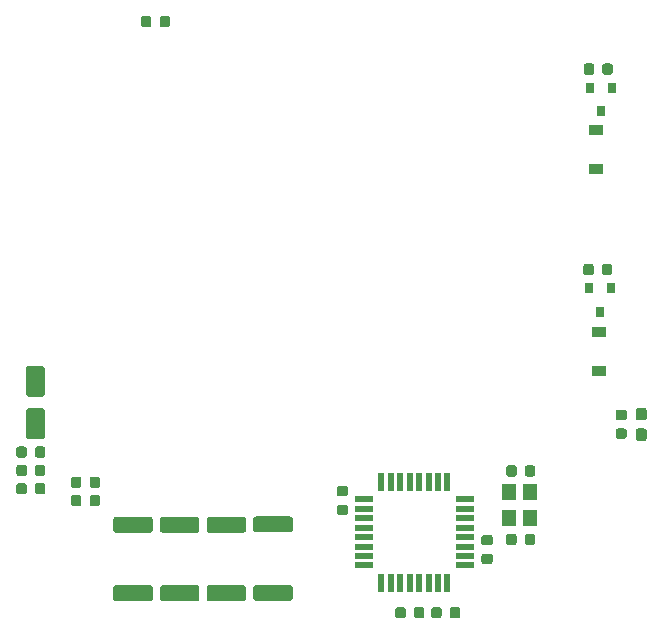
<source format=gbr>
G04 #@! TF.GenerationSoftware,KiCad,Pcbnew,(5.1.4-0)*
G04 #@! TF.CreationDate,2021-09-24T08:54:23+03:00*
G04 #@! TF.ProjectId,relay_logic_board,72656c61-795f-46c6-9f67-69635f626f61,rev?*
G04 #@! TF.SameCoordinates,Original*
G04 #@! TF.FileFunction,Paste,Top*
G04 #@! TF.FilePolarity,Positive*
%FSLAX46Y46*%
G04 Gerber Fmt 4.6, Leading zero omitted, Abs format (unit mm)*
G04 Created by KiCad (PCBNEW (5.1.4-0)) date 2021-09-24 08:54:23*
%MOMM*%
%LPD*%
G04 APERTURE LIST*
%ADD10C,0.100000*%
%ADD11C,0.875000*%
%ADD12C,0.950000*%
%ADD13R,1.200000X0.900000*%
%ADD14R,0.800000X0.900000*%
%ADD15C,1.350000*%
%ADD16R,1.600000X0.550000*%
%ADD17R,0.550000X1.600000*%
%ADD18R,1.200000X1.400000*%
%ADD19C,1.600000*%
G04 APERTURE END LIST*
D10*
G36*
X128077691Y-113326053D02*
G01*
X128098926Y-113329203D01*
X128119750Y-113334419D01*
X128139962Y-113341651D01*
X128159368Y-113350830D01*
X128177781Y-113361866D01*
X128195024Y-113374654D01*
X128210930Y-113389070D01*
X128225346Y-113404976D01*
X128238134Y-113422219D01*
X128249170Y-113440632D01*
X128258349Y-113460038D01*
X128265581Y-113480250D01*
X128270797Y-113501074D01*
X128273947Y-113522309D01*
X128275000Y-113543750D01*
X128275000Y-114056250D01*
X128273947Y-114077691D01*
X128270797Y-114098926D01*
X128265581Y-114119750D01*
X128258349Y-114139962D01*
X128249170Y-114159368D01*
X128238134Y-114177781D01*
X128225346Y-114195024D01*
X128210930Y-114210930D01*
X128195024Y-114225346D01*
X128177781Y-114238134D01*
X128159368Y-114249170D01*
X128139962Y-114258349D01*
X128119750Y-114265581D01*
X128098926Y-114270797D01*
X128077691Y-114273947D01*
X128056250Y-114275000D01*
X127618750Y-114275000D01*
X127597309Y-114273947D01*
X127576074Y-114270797D01*
X127555250Y-114265581D01*
X127535038Y-114258349D01*
X127515632Y-114249170D01*
X127497219Y-114238134D01*
X127479976Y-114225346D01*
X127464070Y-114210930D01*
X127449654Y-114195024D01*
X127436866Y-114177781D01*
X127425830Y-114159368D01*
X127416651Y-114139962D01*
X127409419Y-114119750D01*
X127404203Y-114098926D01*
X127401053Y-114077691D01*
X127400000Y-114056250D01*
X127400000Y-113543750D01*
X127401053Y-113522309D01*
X127404203Y-113501074D01*
X127409419Y-113480250D01*
X127416651Y-113460038D01*
X127425830Y-113440632D01*
X127436866Y-113422219D01*
X127449654Y-113404976D01*
X127464070Y-113389070D01*
X127479976Y-113374654D01*
X127497219Y-113361866D01*
X127515632Y-113350830D01*
X127535038Y-113341651D01*
X127555250Y-113334419D01*
X127576074Y-113329203D01*
X127597309Y-113326053D01*
X127618750Y-113325000D01*
X128056250Y-113325000D01*
X128077691Y-113326053D01*
X128077691Y-113326053D01*
G37*
D11*
X127837500Y-113800000D03*
D10*
G36*
X126502691Y-113326053D02*
G01*
X126523926Y-113329203D01*
X126544750Y-113334419D01*
X126564962Y-113341651D01*
X126584368Y-113350830D01*
X126602781Y-113361866D01*
X126620024Y-113374654D01*
X126635930Y-113389070D01*
X126650346Y-113404976D01*
X126663134Y-113422219D01*
X126674170Y-113440632D01*
X126683349Y-113460038D01*
X126690581Y-113480250D01*
X126695797Y-113501074D01*
X126698947Y-113522309D01*
X126700000Y-113543750D01*
X126700000Y-114056250D01*
X126698947Y-114077691D01*
X126695797Y-114098926D01*
X126690581Y-114119750D01*
X126683349Y-114139962D01*
X126674170Y-114159368D01*
X126663134Y-114177781D01*
X126650346Y-114195024D01*
X126635930Y-114210930D01*
X126620024Y-114225346D01*
X126602781Y-114238134D01*
X126584368Y-114249170D01*
X126564962Y-114258349D01*
X126544750Y-114265581D01*
X126523926Y-114270797D01*
X126502691Y-114273947D01*
X126481250Y-114275000D01*
X126043750Y-114275000D01*
X126022309Y-114273947D01*
X126001074Y-114270797D01*
X125980250Y-114265581D01*
X125960038Y-114258349D01*
X125940632Y-114249170D01*
X125922219Y-114238134D01*
X125904976Y-114225346D01*
X125889070Y-114210930D01*
X125874654Y-114195024D01*
X125861866Y-114177781D01*
X125850830Y-114159368D01*
X125841651Y-114139962D01*
X125834419Y-114119750D01*
X125829203Y-114098926D01*
X125826053Y-114077691D01*
X125825000Y-114056250D01*
X125825000Y-113543750D01*
X125826053Y-113522309D01*
X125829203Y-113501074D01*
X125834419Y-113480250D01*
X125841651Y-113460038D01*
X125850830Y-113440632D01*
X125861866Y-113422219D01*
X125874654Y-113404976D01*
X125889070Y-113389070D01*
X125904976Y-113374654D01*
X125922219Y-113361866D01*
X125940632Y-113350830D01*
X125960038Y-113341651D01*
X125980250Y-113334419D01*
X126001074Y-113329203D01*
X126022309Y-113326053D01*
X126043750Y-113325000D01*
X126481250Y-113325000D01*
X126502691Y-113326053D01*
X126502691Y-113326053D01*
G37*
D11*
X126262500Y-113800000D03*
D10*
G36*
X121877691Y-112326053D02*
G01*
X121898926Y-112329203D01*
X121919750Y-112334419D01*
X121939962Y-112341651D01*
X121959368Y-112350830D01*
X121977781Y-112361866D01*
X121995024Y-112374654D01*
X122010930Y-112389070D01*
X122025346Y-112404976D01*
X122038134Y-112422219D01*
X122049170Y-112440632D01*
X122058349Y-112460038D01*
X122065581Y-112480250D01*
X122070797Y-112501074D01*
X122073947Y-112522309D01*
X122075000Y-112543750D01*
X122075000Y-113056250D01*
X122073947Y-113077691D01*
X122070797Y-113098926D01*
X122065581Y-113119750D01*
X122058349Y-113139962D01*
X122049170Y-113159368D01*
X122038134Y-113177781D01*
X122025346Y-113195024D01*
X122010930Y-113210930D01*
X121995024Y-113225346D01*
X121977781Y-113238134D01*
X121959368Y-113249170D01*
X121939962Y-113258349D01*
X121919750Y-113265581D01*
X121898926Y-113270797D01*
X121877691Y-113273947D01*
X121856250Y-113275000D01*
X121418750Y-113275000D01*
X121397309Y-113273947D01*
X121376074Y-113270797D01*
X121355250Y-113265581D01*
X121335038Y-113258349D01*
X121315632Y-113249170D01*
X121297219Y-113238134D01*
X121279976Y-113225346D01*
X121264070Y-113210930D01*
X121249654Y-113195024D01*
X121236866Y-113177781D01*
X121225830Y-113159368D01*
X121216651Y-113139962D01*
X121209419Y-113119750D01*
X121204203Y-113098926D01*
X121201053Y-113077691D01*
X121200000Y-113056250D01*
X121200000Y-112543750D01*
X121201053Y-112522309D01*
X121204203Y-112501074D01*
X121209419Y-112480250D01*
X121216651Y-112460038D01*
X121225830Y-112440632D01*
X121236866Y-112422219D01*
X121249654Y-112404976D01*
X121264070Y-112389070D01*
X121279976Y-112374654D01*
X121297219Y-112361866D01*
X121315632Y-112350830D01*
X121335038Y-112341651D01*
X121355250Y-112334419D01*
X121376074Y-112329203D01*
X121397309Y-112326053D01*
X121418750Y-112325000D01*
X121856250Y-112325000D01*
X121877691Y-112326053D01*
X121877691Y-112326053D01*
G37*
D11*
X121637500Y-112800000D03*
D10*
G36*
X123452691Y-112326053D02*
G01*
X123473926Y-112329203D01*
X123494750Y-112334419D01*
X123514962Y-112341651D01*
X123534368Y-112350830D01*
X123552781Y-112361866D01*
X123570024Y-112374654D01*
X123585930Y-112389070D01*
X123600346Y-112404976D01*
X123613134Y-112422219D01*
X123624170Y-112440632D01*
X123633349Y-112460038D01*
X123640581Y-112480250D01*
X123645797Y-112501074D01*
X123648947Y-112522309D01*
X123650000Y-112543750D01*
X123650000Y-113056250D01*
X123648947Y-113077691D01*
X123645797Y-113098926D01*
X123640581Y-113119750D01*
X123633349Y-113139962D01*
X123624170Y-113159368D01*
X123613134Y-113177781D01*
X123600346Y-113195024D01*
X123585930Y-113210930D01*
X123570024Y-113225346D01*
X123552781Y-113238134D01*
X123534368Y-113249170D01*
X123514962Y-113258349D01*
X123494750Y-113265581D01*
X123473926Y-113270797D01*
X123452691Y-113273947D01*
X123431250Y-113275000D01*
X122993750Y-113275000D01*
X122972309Y-113273947D01*
X122951074Y-113270797D01*
X122930250Y-113265581D01*
X122910038Y-113258349D01*
X122890632Y-113249170D01*
X122872219Y-113238134D01*
X122854976Y-113225346D01*
X122839070Y-113210930D01*
X122824654Y-113195024D01*
X122811866Y-113177781D01*
X122800830Y-113159368D01*
X122791651Y-113139962D01*
X122784419Y-113119750D01*
X122779203Y-113098926D01*
X122776053Y-113077691D01*
X122775000Y-113056250D01*
X122775000Y-112543750D01*
X122776053Y-112522309D01*
X122779203Y-112501074D01*
X122784419Y-112480250D01*
X122791651Y-112460038D01*
X122800830Y-112440632D01*
X122811866Y-112422219D01*
X122824654Y-112404976D01*
X122839070Y-112389070D01*
X122854976Y-112374654D01*
X122872219Y-112361866D01*
X122890632Y-112350830D01*
X122910038Y-112341651D01*
X122930250Y-112334419D01*
X122951074Y-112329203D01*
X122972309Y-112326053D01*
X122993750Y-112325000D01*
X123431250Y-112325000D01*
X123452691Y-112326053D01*
X123452691Y-112326053D01*
G37*
D11*
X123212500Y-112800000D03*
D10*
G36*
X123452691Y-109226053D02*
G01*
X123473926Y-109229203D01*
X123494750Y-109234419D01*
X123514962Y-109241651D01*
X123534368Y-109250830D01*
X123552781Y-109261866D01*
X123570024Y-109274654D01*
X123585930Y-109289070D01*
X123600346Y-109304976D01*
X123613134Y-109322219D01*
X123624170Y-109340632D01*
X123633349Y-109360038D01*
X123640581Y-109380250D01*
X123645797Y-109401074D01*
X123648947Y-109422309D01*
X123650000Y-109443750D01*
X123650000Y-109956250D01*
X123648947Y-109977691D01*
X123645797Y-109998926D01*
X123640581Y-110019750D01*
X123633349Y-110039962D01*
X123624170Y-110059368D01*
X123613134Y-110077781D01*
X123600346Y-110095024D01*
X123585930Y-110110930D01*
X123570024Y-110125346D01*
X123552781Y-110138134D01*
X123534368Y-110149170D01*
X123514962Y-110158349D01*
X123494750Y-110165581D01*
X123473926Y-110170797D01*
X123452691Y-110173947D01*
X123431250Y-110175000D01*
X122993750Y-110175000D01*
X122972309Y-110173947D01*
X122951074Y-110170797D01*
X122930250Y-110165581D01*
X122910038Y-110158349D01*
X122890632Y-110149170D01*
X122872219Y-110138134D01*
X122854976Y-110125346D01*
X122839070Y-110110930D01*
X122824654Y-110095024D01*
X122811866Y-110077781D01*
X122800830Y-110059368D01*
X122791651Y-110039962D01*
X122784419Y-110019750D01*
X122779203Y-109998926D01*
X122776053Y-109977691D01*
X122775000Y-109956250D01*
X122775000Y-109443750D01*
X122776053Y-109422309D01*
X122779203Y-109401074D01*
X122784419Y-109380250D01*
X122791651Y-109360038D01*
X122800830Y-109340632D01*
X122811866Y-109322219D01*
X122824654Y-109304976D01*
X122839070Y-109289070D01*
X122854976Y-109274654D01*
X122872219Y-109261866D01*
X122890632Y-109250830D01*
X122910038Y-109241651D01*
X122930250Y-109234419D01*
X122951074Y-109229203D01*
X122972309Y-109226053D01*
X122993750Y-109225000D01*
X123431250Y-109225000D01*
X123452691Y-109226053D01*
X123452691Y-109226053D01*
G37*
D11*
X123212500Y-109700000D03*
D10*
G36*
X121877691Y-109226053D02*
G01*
X121898926Y-109229203D01*
X121919750Y-109234419D01*
X121939962Y-109241651D01*
X121959368Y-109250830D01*
X121977781Y-109261866D01*
X121995024Y-109274654D01*
X122010930Y-109289070D01*
X122025346Y-109304976D01*
X122038134Y-109322219D01*
X122049170Y-109340632D01*
X122058349Y-109360038D01*
X122065581Y-109380250D01*
X122070797Y-109401074D01*
X122073947Y-109422309D01*
X122075000Y-109443750D01*
X122075000Y-109956250D01*
X122073947Y-109977691D01*
X122070797Y-109998926D01*
X122065581Y-110019750D01*
X122058349Y-110039962D01*
X122049170Y-110059368D01*
X122038134Y-110077781D01*
X122025346Y-110095024D01*
X122010930Y-110110930D01*
X121995024Y-110125346D01*
X121977781Y-110138134D01*
X121959368Y-110149170D01*
X121939962Y-110158349D01*
X121919750Y-110165581D01*
X121898926Y-110170797D01*
X121877691Y-110173947D01*
X121856250Y-110175000D01*
X121418750Y-110175000D01*
X121397309Y-110173947D01*
X121376074Y-110170797D01*
X121355250Y-110165581D01*
X121335038Y-110158349D01*
X121315632Y-110149170D01*
X121297219Y-110138134D01*
X121279976Y-110125346D01*
X121264070Y-110110930D01*
X121249654Y-110095024D01*
X121236866Y-110077781D01*
X121225830Y-110059368D01*
X121216651Y-110039962D01*
X121209419Y-110019750D01*
X121204203Y-109998926D01*
X121201053Y-109977691D01*
X121200000Y-109956250D01*
X121200000Y-109443750D01*
X121201053Y-109422309D01*
X121204203Y-109401074D01*
X121209419Y-109380250D01*
X121216651Y-109360038D01*
X121225830Y-109340632D01*
X121236866Y-109322219D01*
X121249654Y-109304976D01*
X121264070Y-109289070D01*
X121279976Y-109274654D01*
X121297219Y-109261866D01*
X121315632Y-109250830D01*
X121335038Y-109241651D01*
X121355250Y-109234419D01*
X121376074Y-109229203D01*
X121397309Y-109226053D01*
X121418750Y-109225000D01*
X121856250Y-109225000D01*
X121877691Y-109226053D01*
X121877691Y-109226053D01*
G37*
D11*
X121637500Y-109700000D03*
D10*
G36*
X121877691Y-110776053D02*
G01*
X121898926Y-110779203D01*
X121919750Y-110784419D01*
X121939962Y-110791651D01*
X121959368Y-110800830D01*
X121977781Y-110811866D01*
X121995024Y-110824654D01*
X122010930Y-110839070D01*
X122025346Y-110854976D01*
X122038134Y-110872219D01*
X122049170Y-110890632D01*
X122058349Y-110910038D01*
X122065581Y-110930250D01*
X122070797Y-110951074D01*
X122073947Y-110972309D01*
X122075000Y-110993750D01*
X122075000Y-111506250D01*
X122073947Y-111527691D01*
X122070797Y-111548926D01*
X122065581Y-111569750D01*
X122058349Y-111589962D01*
X122049170Y-111609368D01*
X122038134Y-111627781D01*
X122025346Y-111645024D01*
X122010930Y-111660930D01*
X121995024Y-111675346D01*
X121977781Y-111688134D01*
X121959368Y-111699170D01*
X121939962Y-111708349D01*
X121919750Y-111715581D01*
X121898926Y-111720797D01*
X121877691Y-111723947D01*
X121856250Y-111725000D01*
X121418750Y-111725000D01*
X121397309Y-111723947D01*
X121376074Y-111720797D01*
X121355250Y-111715581D01*
X121335038Y-111708349D01*
X121315632Y-111699170D01*
X121297219Y-111688134D01*
X121279976Y-111675346D01*
X121264070Y-111660930D01*
X121249654Y-111645024D01*
X121236866Y-111627781D01*
X121225830Y-111609368D01*
X121216651Y-111589962D01*
X121209419Y-111569750D01*
X121204203Y-111548926D01*
X121201053Y-111527691D01*
X121200000Y-111506250D01*
X121200000Y-110993750D01*
X121201053Y-110972309D01*
X121204203Y-110951074D01*
X121209419Y-110930250D01*
X121216651Y-110910038D01*
X121225830Y-110890632D01*
X121236866Y-110872219D01*
X121249654Y-110854976D01*
X121264070Y-110839070D01*
X121279976Y-110824654D01*
X121297219Y-110811866D01*
X121315632Y-110800830D01*
X121335038Y-110791651D01*
X121355250Y-110784419D01*
X121376074Y-110779203D01*
X121397309Y-110776053D01*
X121418750Y-110775000D01*
X121856250Y-110775000D01*
X121877691Y-110776053D01*
X121877691Y-110776053D01*
G37*
D11*
X121637500Y-111250000D03*
D10*
G36*
X123452691Y-110776053D02*
G01*
X123473926Y-110779203D01*
X123494750Y-110784419D01*
X123514962Y-110791651D01*
X123534368Y-110800830D01*
X123552781Y-110811866D01*
X123570024Y-110824654D01*
X123585930Y-110839070D01*
X123600346Y-110854976D01*
X123613134Y-110872219D01*
X123624170Y-110890632D01*
X123633349Y-110910038D01*
X123640581Y-110930250D01*
X123645797Y-110951074D01*
X123648947Y-110972309D01*
X123650000Y-110993750D01*
X123650000Y-111506250D01*
X123648947Y-111527691D01*
X123645797Y-111548926D01*
X123640581Y-111569750D01*
X123633349Y-111589962D01*
X123624170Y-111609368D01*
X123613134Y-111627781D01*
X123600346Y-111645024D01*
X123585930Y-111660930D01*
X123570024Y-111675346D01*
X123552781Y-111688134D01*
X123534368Y-111699170D01*
X123514962Y-111708349D01*
X123494750Y-111715581D01*
X123473926Y-111720797D01*
X123452691Y-111723947D01*
X123431250Y-111725000D01*
X122993750Y-111725000D01*
X122972309Y-111723947D01*
X122951074Y-111720797D01*
X122930250Y-111715581D01*
X122910038Y-111708349D01*
X122890632Y-111699170D01*
X122872219Y-111688134D01*
X122854976Y-111675346D01*
X122839070Y-111660930D01*
X122824654Y-111645024D01*
X122811866Y-111627781D01*
X122800830Y-111609368D01*
X122791651Y-111589962D01*
X122784419Y-111569750D01*
X122779203Y-111548926D01*
X122776053Y-111527691D01*
X122775000Y-111506250D01*
X122775000Y-110993750D01*
X122776053Y-110972309D01*
X122779203Y-110951074D01*
X122784419Y-110930250D01*
X122791651Y-110910038D01*
X122800830Y-110890632D01*
X122811866Y-110872219D01*
X122824654Y-110854976D01*
X122839070Y-110839070D01*
X122854976Y-110824654D01*
X122872219Y-110811866D01*
X122890632Y-110800830D01*
X122910038Y-110791651D01*
X122930250Y-110784419D01*
X122951074Y-110779203D01*
X122972309Y-110776053D01*
X122993750Y-110775000D01*
X123431250Y-110775000D01*
X123452691Y-110776053D01*
X123452691Y-110776053D01*
G37*
D11*
X123212500Y-111250000D03*
D10*
G36*
X128077691Y-111776053D02*
G01*
X128098926Y-111779203D01*
X128119750Y-111784419D01*
X128139962Y-111791651D01*
X128159368Y-111800830D01*
X128177781Y-111811866D01*
X128195024Y-111824654D01*
X128210930Y-111839070D01*
X128225346Y-111854976D01*
X128238134Y-111872219D01*
X128249170Y-111890632D01*
X128258349Y-111910038D01*
X128265581Y-111930250D01*
X128270797Y-111951074D01*
X128273947Y-111972309D01*
X128275000Y-111993750D01*
X128275000Y-112506250D01*
X128273947Y-112527691D01*
X128270797Y-112548926D01*
X128265581Y-112569750D01*
X128258349Y-112589962D01*
X128249170Y-112609368D01*
X128238134Y-112627781D01*
X128225346Y-112645024D01*
X128210930Y-112660930D01*
X128195024Y-112675346D01*
X128177781Y-112688134D01*
X128159368Y-112699170D01*
X128139962Y-112708349D01*
X128119750Y-112715581D01*
X128098926Y-112720797D01*
X128077691Y-112723947D01*
X128056250Y-112725000D01*
X127618750Y-112725000D01*
X127597309Y-112723947D01*
X127576074Y-112720797D01*
X127555250Y-112715581D01*
X127535038Y-112708349D01*
X127515632Y-112699170D01*
X127497219Y-112688134D01*
X127479976Y-112675346D01*
X127464070Y-112660930D01*
X127449654Y-112645024D01*
X127436866Y-112627781D01*
X127425830Y-112609368D01*
X127416651Y-112589962D01*
X127409419Y-112569750D01*
X127404203Y-112548926D01*
X127401053Y-112527691D01*
X127400000Y-112506250D01*
X127400000Y-111993750D01*
X127401053Y-111972309D01*
X127404203Y-111951074D01*
X127409419Y-111930250D01*
X127416651Y-111910038D01*
X127425830Y-111890632D01*
X127436866Y-111872219D01*
X127449654Y-111854976D01*
X127464070Y-111839070D01*
X127479976Y-111824654D01*
X127497219Y-111811866D01*
X127515632Y-111800830D01*
X127535038Y-111791651D01*
X127555250Y-111784419D01*
X127576074Y-111779203D01*
X127597309Y-111776053D01*
X127618750Y-111775000D01*
X128056250Y-111775000D01*
X128077691Y-111776053D01*
X128077691Y-111776053D01*
G37*
D11*
X127837500Y-112250000D03*
D10*
G36*
X126502691Y-111776053D02*
G01*
X126523926Y-111779203D01*
X126544750Y-111784419D01*
X126564962Y-111791651D01*
X126584368Y-111800830D01*
X126602781Y-111811866D01*
X126620024Y-111824654D01*
X126635930Y-111839070D01*
X126650346Y-111854976D01*
X126663134Y-111872219D01*
X126674170Y-111890632D01*
X126683349Y-111910038D01*
X126690581Y-111930250D01*
X126695797Y-111951074D01*
X126698947Y-111972309D01*
X126700000Y-111993750D01*
X126700000Y-112506250D01*
X126698947Y-112527691D01*
X126695797Y-112548926D01*
X126690581Y-112569750D01*
X126683349Y-112589962D01*
X126674170Y-112609368D01*
X126663134Y-112627781D01*
X126650346Y-112645024D01*
X126635930Y-112660930D01*
X126620024Y-112675346D01*
X126602781Y-112688134D01*
X126584368Y-112699170D01*
X126564962Y-112708349D01*
X126544750Y-112715581D01*
X126523926Y-112720797D01*
X126502691Y-112723947D01*
X126481250Y-112725000D01*
X126043750Y-112725000D01*
X126022309Y-112723947D01*
X126001074Y-112720797D01*
X125980250Y-112715581D01*
X125960038Y-112708349D01*
X125940632Y-112699170D01*
X125922219Y-112688134D01*
X125904976Y-112675346D01*
X125889070Y-112660930D01*
X125874654Y-112645024D01*
X125861866Y-112627781D01*
X125850830Y-112609368D01*
X125841651Y-112589962D01*
X125834419Y-112569750D01*
X125829203Y-112548926D01*
X125826053Y-112527691D01*
X125825000Y-112506250D01*
X125825000Y-111993750D01*
X125826053Y-111972309D01*
X125829203Y-111951074D01*
X125834419Y-111930250D01*
X125841651Y-111910038D01*
X125850830Y-111890632D01*
X125861866Y-111872219D01*
X125874654Y-111854976D01*
X125889070Y-111839070D01*
X125904976Y-111824654D01*
X125922219Y-111811866D01*
X125940632Y-111800830D01*
X125960038Y-111791651D01*
X125980250Y-111784419D01*
X126001074Y-111779203D01*
X126022309Y-111776053D01*
X126043750Y-111775000D01*
X126481250Y-111775000D01*
X126502691Y-111776053D01*
X126502691Y-111776053D01*
G37*
D11*
X126262500Y-112250000D03*
D10*
G36*
X158577691Y-122826053D02*
G01*
X158598926Y-122829203D01*
X158619750Y-122834419D01*
X158639962Y-122841651D01*
X158659368Y-122850830D01*
X158677781Y-122861866D01*
X158695024Y-122874654D01*
X158710930Y-122889070D01*
X158725346Y-122904976D01*
X158738134Y-122922219D01*
X158749170Y-122940632D01*
X158758349Y-122960038D01*
X158765581Y-122980250D01*
X158770797Y-123001074D01*
X158773947Y-123022309D01*
X158775000Y-123043750D01*
X158775000Y-123556250D01*
X158773947Y-123577691D01*
X158770797Y-123598926D01*
X158765581Y-123619750D01*
X158758349Y-123639962D01*
X158749170Y-123659368D01*
X158738134Y-123677781D01*
X158725346Y-123695024D01*
X158710930Y-123710930D01*
X158695024Y-123725346D01*
X158677781Y-123738134D01*
X158659368Y-123749170D01*
X158639962Y-123758349D01*
X158619750Y-123765581D01*
X158598926Y-123770797D01*
X158577691Y-123773947D01*
X158556250Y-123775000D01*
X158118750Y-123775000D01*
X158097309Y-123773947D01*
X158076074Y-123770797D01*
X158055250Y-123765581D01*
X158035038Y-123758349D01*
X158015632Y-123749170D01*
X157997219Y-123738134D01*
X157979976Y-123725346D01*
X157964070Y-123710930D01*
X157949654Y-123695024D01*
X157936866Y-123677781D01*
X157925830Y-123659368D01*
X157916651Y-123639962D01*
X157909419Y-123619750D01*
X157904203Y-123598926D01*
X157901053Y-123577691D01*
X157900000Y-123556250D01*
X157900000Y-123043750D01*
X157901053Y-123022309D01*
X157904203Y-123001074D01*
X157909419Y-122980250D01*
X157916651Y-122960038D01*
X157925830Y-122940632D01*
X157936866Y-122922219D01*
X157949654Y-122904976D01*
X157964070Y-122889070D01*
X157979976Y-122874654D01*
X157997219Y-122861866D01*
X158015632Y-122850830D01*
X158035038Y-122841651D01*
X158055250Y-122834419D01*
X158076074Y-122829203D01*
X158097309Y-122826053D01*
X158118750Y-122825000D01*
X158556250Y-122825000D01*
X158577691Y-122826053D01*
X158577691Y-122826053D01*
G37*
D11*
X158337500Y-123300000D03*
D10*
G36*
X157002691Y-122826053D02*
G01*
X157023926Y-122829203D01*
X157044750Y-122834419D01*
X157064962Y-122841651D01*
X157084368Y-122850830D01*
X157102781Y-122861866D01*
X157120024Y-122874654D01*
X157135930Y-122889070D01*
X157150346Y-122904976D01*
X157163134Y-122922219D01*
X157174170Y-122940632D01*
X157183349Y-122960038D01*
X157190581Y-122980250D01*
X157195797Y-123001074D01*
X157198947Y-123022309D01*
X157200000Y-123043750D01*
X157200000Y-123556250D01*
X157198947Y-123577691D01*
X157195797Y-123598926D01*
X157190581Y-123619750D01*
X157183349Y-123639962D01*
X157174170Y-123659368D01*
X157163134Y-123677781D01*
X157150346Y-123695024D01*
X157135930Y-123710930D01*
X157120024Y-123725346D01*
X157102781Y-123738134D01*
X157084368Y-123749170D01*
X157064962Y-123758349D01*
X157044750Y-123765581D01*
X157023926Y-123770797D01*
X157002691Y-123773947D01*
X156981250Y-123775000D01*
X156543750Y-123775000D01*
X156522309Y-123773947D01*
X156501074Y-123770797D01*
X156480250Y-123765581D01*
X156460038Y-123758349D01*
X156440632Y-123749170D01*
X156422219Y-123738134D01*
X156404976Y-123725346D01*
X156389070Y-123710930D01*
X156374654Y-123695024D01*
X156361866Y-123677781D01*
X156350830Y-123659368D01*
X156341651Y-123639962D01*
X156334419Y-123619750D01*
X156329203Y-123598926D01*
X156326053Y-123577691D01*
X156325000Y-123556250D01*
X156325000Y-123043750D01*
X156326053Y-123022309D01*
X156329203Y-123001074D01*
X156334419Y-122980250D01*
X156341651Y-122960038D01*
X156350830Y-122940632D01*
X156361866Y-122922219D01*
X156374654Y-122904976D01*
X156389070Y-122889070D01*
X156404976Y-122874654D01*
X156422219Y-122861866D01*
X156440632Y-122850830D01*
X156460038Y-122841651D01*
X156480250Y-122834419D01*
X156501074Y-122829203D01*
X156522309Y-122826053D01*
X156543750Y-122825000D01*
X156981250Y-122825000D01*
X157002691Y-122826053D01*
X157002691Y-122826053D01*
G37*
D11*
X156762500Y-123300000D03*
D10*
G36*
X164927691Y-116626053D02*
G01*
X164948926Y-116629203D01*
X164969750Y-116634419D01*
X164989962Y-116641651D01*
X165009368Y-116650830D01*
X165027781Y-116661866D01*
X165045024Y-116674654D01*
X165060930Y-116689070D01*
X165075346Y-116704976D01*
X165088134Y-116722219D01*
X165099170Y-116740632D01*
X165108349Y-116760038D01*
X165115581Y-116780250D01*
X165120797Y-116801074D01*
X165123947Y-116822309D01*
X165125000Y-116843750D01*
X165125000Y-117356250D01*
X165123947Y-117377691D01*
X165120797Y-117398926D01*
X165115581Y-117419750D01*
X165108349Y-117439962D01*
X165099170Y-117459368D01*
X165088134Y-117477781D01*
X165075346Y-117495024D01*
X165060930Y-117510930D01*
X165045024Y-117525346D01*
X165027781Y-117538134D01*
X165009368Y-117549170D01*
X164989962Y-117558349D01*
X164969750Y-117565581D01*
X164948926Y-117570797D01*
X164927691Y-117573947D01*
X164906250Y-117575000D01*
X164468750Y-117575000D01*
X164447309Y-117573947D01*
X164426074Y-117570797D01*
X164405250Y-117565581D01*
X164385038Y-117558349D01*
X164365632Y-117549170D01*
X164347219Y-117538134D01*
X164329976Y-117525346D01*
X164314070Y-117510930D01*
X164299654Y-117495024D01*
X164286866Y-117477781D01*
X164275830Y-117459368D01*
X164266651Y-117439962D01*
X164259419Y-117419750D01*
X164254203Y-117398926D01*
X164251053Y-117377691D01*
X164250000Y-117356250D01*
X164250000Y-116843750D01*
X164251053Y-116822309D01*
X164254203Y-116801074D01*
X164259419Y-116780250D01*
X164266651Y-116760038D01*
X164275830Y-116740632D01*
X164286866Y-116722219D01*
X164299654Y-116704976D01*
X164314070Y-116689070D01*
X164329976Y-116674654D01*
X164347219Y-116661866D01*
X164365632Y-116650830D01*
X164385038Y-116641651D01*
X164405250Y-116634419D01*
X164426074Y-116629203D01*
X164447309Y-116626053D01*
X164468750Y-116625000D01*
X164906250Y-116625000D01*
X164927691Y-116626053D01*
X164927691Y-116626053D01*
G37*
D11*
X164687500Y-117100000D03*
D10*
G36*
X163352691Y-116626053D02*
G01*
X163373926Y-116629203D01*
X163394750Y-116634419D01*
X163414962Y-116641651D01*
X163434368Y-116650830D01*
X163452781Y-116661866D01*
X163470024Y-116674654D01*
X163485930Y-116689070D01*
X163500346Y-116704976D01*
X163513134Y-116722219D01*
X163524170Y-116740632D01*
X163533349Y-116760038D01*
X163540581Y-116780250D01*
X163545797Y-116801074D01*
X163548947Y-116822309D01*
X163550000Y-116843750D01*
X163550000Y-117356250D01*
X163548947Y-117377691D01*
X163545797Y-117398926D01*
X163540581Y-117419750D01*
X163533349Y-117439962D01*
X163524170Y-117459368D01*
X163513134Y-117477781D01*
X163500346Y-117495024D01*
X163485930Y-117510930D01*
X163470024Y-117525346D01*
X163452781Y-117538134D01*
X163434368Y-117549170D01*
X163414962Y-117558349D01*
X163394750Y-117565581D01*
X163373926Y-117570797D01*
X163352691Y-117573947D01*
X163331250Y-117575000D01*
X162893750Y-117575000D01*
X162872309Y-117573947D01*
X162851074Y-117570797D01*
X162830250Y-117565581D01*
X162810038Y-117558349D01*
X162790632Y-117549170D01*
X162772219Y-117538134D01*
X162754976Y-117525346D01*
X162739070Y-117510930D01*
X162724654Y-117495024D01*
X162711866Y-117477781D01*
X162700830Y-117459368D01*
X162691651Y-117439962D01*
X162684419Y-117419750D01*
X162679203Y-117398926D01*
X162676053Y-117377691D01*
X162675000Y-117356250D01*
X162675000Y-116843750D01*
X162676053Y-116822309D01*
X162679203Y-116801074D01*
X162684419Y-116780250D01*
X162691651Y-116760038D01*
X162700830Y-116740632D01*
X162711866Y-116722219D01*
X162724654Y-116704976D01*
X162739070Y-116689070D01*
X162754976Y-116674654D01*
X162772219Y-116661866D01*
X162790632Y-116650830D01*
X162810038Y-116641651D01*
X162830250Y-116634419D01*
X162851074Y-116629203D01*
X162872309Y-116626053D01*
X162893750Y-116625000D01*
X163331250Y-116625000D01*
X163352691Y-116626053D01*
X163352691Y-116626053D01*
G37*
D11*
X163112500Y-117100000D03*
D10*
G36*
X161327691Y-118301053D02*
G01*
X161348926Y-118304203D01*
X161369750Y-118309419D01*
X161389962Y-118316651D01*
X161409368Y-118325830D01*
X161427781Y-118336866D01*
X161445024Y-118349654D01*
X161460930Y-118364070D01*
X161475346Y-118379976D01*
X161488134Y-118397219D01*
X161499170Y-118415632D01*
X161508349Y-118435038D01*
X161515581Y-118455250D01*
X161520797Y-118476074D01*
X161523947Y-118497309D01*
X161525000Y-118518750D01*
X161525000Y-118956250D01*
X161523947Y-118977691D01*
X161520797Y-118998926D01*
X161515581Y-119019750D01*
X161508349Y-119039962D01*
X161499170Y-119059368D01*
X161488134Y-119077781D01*
X161475346Y-119095024D01*
X161460930Y-119110930D01*
X161445024Y-119125346D01*
X161427781Y-119138134D01*
X161409368Y-119149170D01*
X161389962Y-119158349D01*
X161369750Y-119165581D01*
X161348926Y-119170797D01*
X161327691Y-119173947D01*
X161306250Y-119175000D01*
X160793750Y-119175000D01*
X160772309Y-119173947D01*
X160751074Y-119170797D01*
X160730250Y-119165581D01*
X160710038Y-119158349D01*
X160690632Y-119149170D01*
X160672219Y-119138134D01*
X160654976Y-119125346D01*
X160639070Y-119110930D01*
X160624654Y-119095024D01*
X160611866Y-119077781D01*
X160600830Y-119059368D01*
X160591651Y-119039962D01*
X160584419Y-119019750D01*
X160579203Y-118998926D01*
X160576053Y-118977691D01*
X160575000Y-118956250D01*
X160575000Y-118518750D01*
X160576053Y-118497309D01*
X160579203Y-118476074D01*
X160584419Y-118455250D01*
X160591651Y-118435038D01*
X160600830Y-118415632D01*
X160611866Y-118397219D01*
X160624654Y-118379976D01*
X160639070Y-118364070D01*
X160654976Y-118349654D01*
X160672219Y-118336866D01*
X160690632Y-118325830D01*
X160710038Y-118316651D01*
X160730250Y-118309419D01*
X160751074Y-118304203D01*
X160772309Y-118301053D01*
X160793750Y-118300000D01*
X161306250Y-118300000D01*
X161327691Y-118301053D01*
X161327691Y-118301053D01*
G37*
D11*
X161050000Y-118737500D03*
D10*
G36*
X161327691Y-116726053D02*
G01*
X161348926Y-116729203D01*
X161369750Y-116734419D01*
X161389962Y-116741651D01*
X161409368Y-116750830D01*
X161427781Y-116761866D01*
X161445024Y-116774654D01*
X161460930Y-116789070D01*
X161475346Y-116804976D01*
X161488134Y-116822219D01*
X161499170Y-116840632D01*
X161508349Y-116860038D01*
X161515581Y-116880250D01*
X161520797Y-116901074D01*
X161523947Y-116922309D01*
X161525000Y-116943750D01*
X161525000Y-117381250D01*
X161523947Y-117402691D01*
X161520797Y-117423926D01*
X161515581Y-117444750D01*
X161508349Y-117464962D01*
X161499170Y-117484368D01*
X161488134Y-117502781D01*
X161475346Y-117520024D01*
X161460930Y-117535930D01*
X161445024Y-117550346D01*
X161427781Y-117563134D01*
X161409368Y-117574170D01*
X161389962Y-117583349D01*
X161369750Y-117590581D01*
X161348926Y-117595797D01*
X161327691Y-117598947D01*
X161306250Y-117600000D01*
X160793750Y-117600000D01*
X160772309Y-117598947D01*
X160751074Y-117595797D01*
X160730250Y-117590581D01*
X160710038Y-117583349D01*
X160690632Y-117574170D01*
X160672219Y-117563134D01*
X160654976Y-117550346D01*
X160639070Y-117535930D01*
X160624654Y-117520024D01*
X160611866Y-117502781D01*
X160600830Y-117484368D01*
X160591651Y-117464962D01*
X160584419Y-117444750D01*
X160579203Y-117423926D01*
X160576053Y-117402691D01*
X160575000Y-117381250D01*
X160575000Y-116943750D01*
X160576053Y-116922309D01*
X160579203Y-116901074D01*
X160584419Y-116880250D01*
X160591651Y-116860038D01*
X160600830Y-116840632D01*
X160611866Y-116822219D01*
X160624654Y-116804976D01*
X160639070Y-116789070D01*
X160654976Y-116774654D01*
X160672219Y-116761866D01*
X160690632Y-116750830D01*
X160710038Y-116741651D01*
X160730250Y-116734419D01*
X160751074Y-116729203D01*
X160772309Y-116726053D01*
X160793750Y-116725000D01*
X161306250Y-116725000D01*
X161327691Y-116726053D01*
X161327691Y-116726053D01*
G37*
D11*
X161050000Y-117162500D03*
D10*
G36*
X149077691Y-114151053D02*
G01*
X149098926Y-114154203D01*
X149119750Y-114159419D01*
X149139962Y-114166651D01*
X149159368Y-114175830D01*
X149177781Y-114186866D01*
X149195024Y-114199654D01*
X149210930Y-114214070D01*
X149225346Y-114229976D01*
X149238134Y-114247219D01*
X149249170Y-114265632D01*
X149258349Y-114285038D01*
X149265581Y-114305250D01*
X149270797Y-114326074D01*
X149273947Y-114347309D01*
X149275000Y-114368750D01*
X149275000Y-114806250D01*
X149273947Y-114827691D01*
X149270797Y-114848926D01*
X149265581Y-114869750D01*
X149258349Y-114889962D01*
X149249170Y-114909368D01*
X149238134Y-114927781D01*
X149225346Y-114945024D01*
X149210930Y-114960930D01*
X149195024Y-114975346D01*
X149177781Y-114988134D01*
X149159368Y-114999170D01*
X149139962Y-115008349D01*
X149119750Y-115015581D01*
X149098926Y-115020797D01*
X149077691Y-115023947D01*
X149056250Y-115025000D01*
X148543750Y-115025000D01*
X148522309Y-115023947D01*
X148501074Y-115020797D01*
X148480250Y-115015581D01*
X148460038Y-115008349D01*
X148440632Y-114999170D01*
X148422219Y-114988134D01*
X148404976Y-114975346D01*
X148389070Y-114960930D01*
X148374654Y-114945024D01*
X148361866Y-114927781D01*
X148350830Y-114909368D01*
X148341651Y-114889962D01*
X148334419Y-114869750D01*
X148329203Y-114848926D01*
X148326053Y-114827691D01*
X148325000Y-114806250D01*
X148325000Y-114368750D01*
X148326053Y-114347309D01*
X148329203Y-114326074D01*
X148334419Y-114305250D01*
X148341651Y-114285038D01*
X148350830Y-114265632D01*
X148361866Y-114247219D01*
X148374654Y-114229976D01*
X148389070Y-114214070D01*
X148404976Y-114199654D01*
X148422219Y-114186866D01*
X148440632Y-114175830D01*
X148460038Y-114166651D01*
X148480250Y-114159419D01*
X148501074Y-114154203D01*
X148522309Y-114151053D01*
X148543750Y-114150000D01*
X149056250Y-114150000D01*
X149077691Y-114151053D01*
X149077691Y-114151053D01*
G37*
D11*
X148800000Y-114587500D03*
D10*
G36*
X149077691Y-112576053D02*
G01*
X149098926Y-112579203D01*
X149119750Y-112584419D01*
X149139962Y-112591651D01*
X149159368Y-112600830D01*
X149177781Y-112611866D01*
X149195024Y-112624654D01*
X149210930Y-112639070D01*
X149225346Y-112654976D01*
X149238134Y-112672219D01*
X149249170Y-112690632D01*
X149258349Y-112710038D01*
X149265581Y-112730250D01*
X149270797Y-112751074D01*
X149273947Y-112772309D01*
X149275000Y-112793750D01*
X149275000Y-113231250D01*
X149273947Y-113252691D01*
X149270797Y-113273926D01*
X149265581Y-113294750D01*
X149258349Y-113314962D01*
X149249170Y-113334368D01*
X149238134Y-113352781D01*
X149225346Y-113370024D01*
X149210930Y-113385930D01*
X149195024Y-113400346D01*
X149177781Y-113413134D01*
X149159368Y-113424170D01*
X149139962Y-113433349D01*
X149119750Y-113440581D01*
X149098926Y-113445797D01*
X149077691Y-113448947D01*
X149056250Y-113450000D01*
X148543750Y-113450000D01*
X148522309Y-113448947D01*
X148501074Y-113445797D01*
X148480250Y-113440581D01*
X148460038Y-113433349D01*
X148440632Y-113424170D01*
X148422219Y-113413134D01*
X148404976Y-113400346D01*
X148389070Y-113385930D01*
X148374654Y-113370024D01*
X148361866Y-113352781D01*
X148350830Y-113334368D01*
X148341651Y-113314962D01*
X148334419Y-113294750D01*
X148329203Y-113273926D01*
X148326053Y-113252691D01*
X148325000Y-113231250D01*
X148325000Y-112793750D01*
X148326053Y-112772309D01*
X148329203Y-112751074D01*
X148334419Y-112730250D01*
X148341651Y-112710038D01*
X148350830Y-112690632D01*
X148361866Y-112672219D01*
X148374654Y-112654976D01*
X148389070Y-112639070D01*
X148404976Y-112624654D01*
X148422219Y-112611866D01*
X148440632Y-112600830D01*
X148460038Y-112591651D01*
X148480250Y-112584419D01*
X148501074Y-112579203D01*
X148522309Y-112576053D01*
X148543750Y-112575000D01*
X149056250Y-112575000D01*
X149077691Y-112576053D01*
X149077691Y-112576053D01*
G37*
D11*
X148800000Y-113012500D03*
D10*
G36*
X164927691Y-110826053D02*
G01*
X164948926Y-110829203D01*
X164969750Y-110834419D01*
X164989962Y-110841651D01*
X165009368Y-110850830D01*
X165027781Y-110861866D01*
X165045024Y-110874654D01*
X165060930Y-110889070D01*
X165075346Y-110904976D01*
X165088134Y-110922219D01*
X165099170Y-110940632D01*
X165108349Y-110960038D01*
X165115581Y-110980250D01*
X165120797Y-111001074D01*
X165123947Y-111022309D01*
X165125000Y-111043750D01*
X165125000Y-111556250D01*
X165123947Y-111577691D01*
X165120797Y-111598926D01*
X165115581Y-111619750D01*
X165108349Y-111639962D01*
X165099170Y-111659368D01*
X165088134Y-111677781D01*
X165075346Y-111695024D01*
X165060930Y-111710930D01*
X165045024Y-111725346D01*
X165027781Y-111738134D01*
X165009368Y-111749170D01*
X164989962Y-111758349D01*
X164969750Y-111765581D01*
X164948926Y-111770797D01*
X164927691Y-111773947D01*
X164906250Y-111775000D01*
X164468750Y-111775000D01*
X164447309Y-111773947D01*
X164426074Y-111770797D01*
X164405250Y-111765581D01*
X164385038Y-111758349D01*
X164365632Y-111749170D01*
X164347219Y-111738134D01*
X164329976Y-111725346D01*
X164314070Y-111710930D01*
X164299654Y-111695024D01*
X164286866Y-111677781D01*
X164275830Y-111659368D01*
X164266651Y-111639962D01*
X164259419Y-111619750D01*
X164254203Y-111598926D01*
X164251053Y-111577691D01*
X164250000Y-111556250D01*
X164250000Y-111043750D01*
X164251053Y-111022309D01*
X164254203Y-111001074D01*
X164259419Y-110980250D01*
X164266651Y-110960038D01*
X164275830Y-110940632D01*
X164286866Y-110922219D01*
X164299654Y-110904976D01*
X164314070Y-110889070D01*
X164329976Y-110874654D01*
X164347219Y-110861866D01*
X164365632Y-110850830D01*
X164385038Y-110841651D01*
X164405250Y-110834419D01*
X164426074Y-110829203D01*
X164447309Y-110826053D01*
X164468750Y-110825000D01*
X164906250Y-110825000D01*
X164927691Y-110826053D01*
X164927691Y-110826053D01*
G37*
D11*
X164687500Y-111300000D03*
D10*
G36*
X163352691Y-110826053D02*
G01*
X163373926Y-110829203D01*
X163394750Y-110834419D01*
X163414962Y-110841651D01*
X163434368Y-110850830D01*
X163452781Y-110861866D01*
X163470024Y-110874654D01*
X163485930Y-110889070D01*
X163500346Y-110904976D01*
X163513134Y-110922219D01*
X163524170Y-110940632D01*
X163533349Y-110960038D01*
X163540581Y-110980250D01*
X163545797Y-111001074D01*
X163548947Y-111022309D01*
X163550000Y-111043750D01*
X163550000Y-111556250D01*
X163548947Y-111577691D01*
X163545797Y-111598926D01*
X163540581Y-111619750D01*
X163533349Y-111639962D01*
X163524170Y-111659368D01*
X163513134Y-111677781D01*
X163500346Y-111695024D01*
X163485930Y-111710930D01*
X163470024Y-111725346D01*
X163452781Y-111738134D01*
X163434368Y-111749170D01*
X163414962Y-111758349D01*
X163394750Y-111765581D01*
X163373926Y-111770797D01*
X163352691Y-111773947D01*
X163331250Y-111775000D01*
X162893750Y-111775000D01*
X162872309Y-111773947D01*
X162851074Y-111770797D01*
X162830250Y-111765581D01*
X162810038Y-111758349D01*
X162790632Y-111749170D01*
X162772219Y-111738134D01*
X162754976Y-111725346D01*
X162739070Y-111710930D01*
X162724654Y-111695024D01*
X162711866Y-111677781D01*
X162700830Y-111659368D01*
X162691651Y-111639962D01*
X162684419Y-111619750D01*
X162679203Y-111598926D01*
X162676053Y-111577691D01*
X162675000Y-111556250D01*
X162675000Y-111043750D01*
X162676053Y-111022309D01*
X162679203Y-111001074D01*
X162684419Y-110980250D01*
X162691651Y-110960038D01*
X162700830Y-110940632D01*
X162711866Y-110922219D01*
X162724654Y-110904976D01*
X162739070Y-110889070D01*
X162754976Y-110874654D01*
X162772219Y-110861866D01*
X162790632Y-110850830D01*
X162810038Y-110841651D01*
X162830250Y-110834419D01*
X162851074Y-110829203D01*
X162872309Y-110826053D01*
X162893750Y-110825000D01*
X163331250Y-110825000D01*
X163352691Y-110826053D01*
X163352691Y-110826053D01*
G37*
D11*
X163112500Y-111300000D03*
D10*
G36*
X174360779Y-105951144D02*
G01*
X174383834Y-105954563D01*
X174406443Y-105960227D01*
X174428387Y-105968079D01*
X174449457Y-105978044D01*
X174469448Y-105990026D01*
X174488168Y-106003910D01*
X174505438Y-106019562D01*
X174521090Y-106036832D01*
X174534974Y-106055552D01*
X174546956Y-106075543D01*
X174556921Y-106096613D01*
X174564773Y-106118557D01*
X174570437Y-106141166D01*
X174573856Y-106164221D01*
X174575000Y-106187500D01*
X174575000Y-106762500D01*
X174573856Y-106785779D01*
X174570437Y-106808834D01*
X174564773Y-106831443D01*
X174556921Y-106853387D01*
X174546956Y-106874457D01*
X174534974Y-106894448D01*
X174521090Y-106913168D01*
X174505438Y-106930438D01*
X174488168Y-106946090D01*
X174469448Y-106959974D01*
X174449457Y-106971956D01*
X174428387Y-106981921D01*
X174406443Y-106989773D01*
X174383834Y-106995437D01*
X174360779Y-106998856D01*
X174337500Y-107000000D01*
X173862500Y-107000000D01*
X173839221Y-106998856D01*
X173816166Y-106995437D01*
X173793557Y-106989773D01*
X173771613Y-106981921D01*
X173750543Y-106971956D01*
X173730552Y-106959974D01*
X173711832Y-106946090D01*
X173694562Y-106930438D01*
X173678910Y-106913168D01*
X173665026Y-106894448D01*
X173653044Y-106874457D01*
X173643079Y-106853387D01*
X173635227Y-106831443D01*
X173629563Y-106808834D01*
X173626144Y-106785779D01*
X173625000Y-106762500D01*
X173625000Y-106187500D01*
X173626144Y-106164221D01*
X173629563Y-106141166D01*
X173635227Y-106118557D01*
X173643079Y-106096613D01*
X173653044Y-106075543D01*
X173665026Y-106055552D01*
X173678910Y-106036832D01*
X173694562Y-106019562D01*
X173711832Y-106003910D01*
X173730552Y-105990026D01*
X173750543Y-105978044D01*
X173771613Y-105968079D01*
X173793557Y-105960227D01*
X173816166Y-105954563D01*
X173839221Y-105951144D01*
X173862500Y-105950000D01*
X174337500Y-105950000D01*
X174360779Y-105951144D01*
X174360779Y-105951144D01*
G37*
D12*
X174100000Y-106475000D03*
D10*
G36*
X174360779Y-107701144D02*
G01*
X174383834Y-107704563D01*
X174406443Y-107710227D01*
X174428387Y-107718079D01*
X174449457Y-107728044D01*
X174469448Y-107740026D01*
X174488168Y-107753910D01*
X174505438Y-107769562D01*
X174521090Y-107786832D01*
X174534974Y-107805552D01*
X174546956Y-107825543D01*
X174556921Y-107846613D01*
X174564773Y-107868557D01*
X174570437Y-107891166D01*
X174573856Y-107914221D01*
X174575000Y-107937500D01*
X174575000Y-108512500D01*
X174573856Y-108535779D01*
X174570437Y-108558834D01*
X174564773Y-108581443D01*
X174556921Y-108603387D01*
X174546956Y-108624457D01*
X174534974Y-108644448D01*
X174521090Y-108663168D01*
X174505438Y-108680438D01*
X174488168Y-108696090D01*
X174469448Y-108709974D01*
X174449457Y-108721956D01*
X174428387Y-108731921D01*
X174406443Y-108739773D01*
X174383834Y-108745437D01*
X174360779Y-108748856D01*
X174337500Y-108750000D01*
X173862500Y-108750000D01*
X173839221Y-108748856D01*
X173816166Y-108745437D01*
X173793557Y-108739773D01*
X173771613Y-108731921D01*
X173750543Y-108721956D01*
X173730552Y-108709974D01*
X173711832Y-108696090D01*
X173694562Y-108680438D01*
X173678910Y-108663168D01*
X173665026Y-108644448D01*
X173653044Y-108624457D01*
X173643079Y-108603387D01*
X173635227Y-108581443D01*
X173629563Y-108558834D01*
X173626144Y-108535779D01*
X173625000Y-108512500D01*
X173625000Y-107937500D01*
X173626144Y-107914221D01*
X173629563Y-107891166D01*
X173635227Y-107868557D01*
X173643079Y-107846613D01*
X173653044Y-107825543D01*
X173665026Y-107805552D01*
X173678910Y-107786832D01*
X173694562Y-107769562D01*
X173711832Y-107753910D01*
X173730552Y-107740026D01*
X173750543Y-107728044D01*
X173771613Y-107718079D01*
X173793557Y-107710227D01*
X173816166Y-107704563D01*
X173839221Y-107701144D01*
X173862500Y-107700000D01*
X174337500Y-107700000D01*
X174360779Y-107701144D01*
X174360779Y-107701144D01*
G37*
D12*
X174100000Y-108225000D03*
D13*
X170500000Y-102850000D03*
X170500000Y-99550000D03*
X170250000Y-82400000D03*
X170250000Y-85700000D03*
D14*
X170625000Y-97800000D03*
X169675000Y-95800000D03*
X171575000Y-95800000D03*
X171625000Y-78850000D03*
X169725000Y-78850000D03*
X170675000Y-80850000D03*
D10*
G36*
X134002691Y-72776053D02*
G01*
X134023926Y-72779203D01*
X134044750Y-72784419D01*
X134064962Y-72791651D01*
X134084368Y-72800830D01*
X134102781Y-72811866D01*
X134120024Y-72824654D01*
X134135930Y-72839070D01*
X134150346Y-72854976D01*
X134163134Y-72872219D01*
X134174170Y-72890632D01*
X134183349Y-72910038D01*
X134190581Y-72930250D01*
X134195797Y-72951074D01*
X134198947Y-72972309D01*
X134200000Y-72993750D01*
X134200000Y-73506250D01*
X134198947Y-73527691D01*
X134195797Y-73548926D01*
X134190581Y-73569750D01*
X134183349Y-73589962D01*
X134174170Y-73609368D01*
X134163134Y-73627781D01*
X134150346Y-73645024D01*
X134135930Y-73660930D01*
X134120024Y-73675346D01*
X134102781Y-73688134D01*
X134084368Y-73699170D01*
X134064962Y-73708349D01*
X134044750Y-73715581D01*
X134023926Y-73720797D01*
X134002691Y-73723947D01*
X133981250Y-73725000D01*
X133543750Y-73725000D01*
X133522309Y-73723947D01*
X133501074Y-73720797D01*
X133480250Y-73715581D01*
X133460038Y-73708349D01*
X133440632Y-73699170D01*
X133422219Y-73688134D01*
X133404976Y-73675346D01*
X133389070Y-73660930D01*
X133374654Y-73645024D01*
X133361866Y-73627781D01*
X133350830Y-73609368D01*
X133341651Y-73589962D01*
X133334419Y-73569750D01*
X133329203Y-73548926D01*
X133326053Y-73527691D01*
X133325000Y-73506250D01*
X133325000Y-72993750D01*
X133326053Y-72972309D01*
X133329203Y-72951074D01*
X133334419Y-72930250D01*
X133341651Y-72910038D01*
X133350830Y-72890632D01*
X133361866Y-72872219D01*
X133374654Y-72854976D01*
X133389070Y-72839070D01*
X133404976Y-72824654D01*
X133422219Y-72811866D01*
X133440632Y-72800830D01*
X133460038Y-72791651D01*
X133480250Y-72784419D01*
X133501074Y-72779203D01*
X133522309Y-72776053D01*
X133543750Y-72775000D01*
X133981250Y-72775000D01*
X134002691Y-72776053D01*
X134002691Y-72776053D01*
G37*
D11*
X133762500Y-73250000D03*
D10*
G36*
X132427691Y-72776053D02*
G01*
X132448926Y-72779203D01*
X132469750Y-72784419D01*
X132489962Y-72791651D01*
X132509368Y-72800830D01*
X132527781Y-72811866D01*
X132545024Y-72824654D01*
X132560930Y-72839070D01*
X132575346Y-72854976D01*
X132588134Y-72872219D01*
X132599170Y-72890632D01*
X132608349Y-72910038D01*
X132615581Y-72930250D01*
X132620797Y-72951074D01*
X132623947Y-72972309D01*
X132625000Y-72993750D01*
X132625000Y-73506250D01*
X132623947Y-73527691D01*
X132620797Y-73548926D01*
X132615581Y-73569750D01*
X132608349Y-73589962D01*
X132599170Y-73609368D01*
X132588134Y-73627781D01*
X132575346Y-73645024D01*
X132560930Y-73660930D01*
X132545024Y-73675346D01*
X132527781Y-73688134D01*
X132509368Y-73699170D01*
X132489962Y-73708349D01*
X132469750Y-73715581D01*
X132448926Y-73720797D01*
X132427691Y-73723947D01*
X132406250Y-73725000D01*
X131968750Y-73725000D01*
X131947309Y-73723947D01*
X131926074Y-73720797D01*
X131905250Y-73715581D01*
X131885038Y-73708349D01*
X131865632Y-73699170D01*
X131847219Y-73688134D01*
X131829976Y-73675346D01*
X131814070Y-73660930D01*
X131799654Y-73645024D01*
X131786866Y-73627781D01*
X131775830Y-73609368D01*
X131766651Y-73589962D01*
X131759419Y-73569750D01*
X131754203Y-73548926D01*
X131751053Y-73527691D01*
X131750000Y-73506250D01*
X131750000Y-72993750D01*
X131751053Y-72972309D01*
X131754203Y-72951074D01*
X131759419Y-72930250D01*
X131766651Y-72910038D01*
X131775830Y-72890632D01*
X131786866Y-72872219D01*
X131799654Y-72854976D01*
X131814070Y-72839070D01*
X131829976Y-72824654D01*
X131847219Y-72811866D01*
X131865632Y-72800830D01*
X131885038Y-72791651D01*
X131905250Y-72784419D01*
X131926074Y-72779203D01*
X131947309Y-72776053D01*
X131968750Y-72775000D01*
X132406250Y-72775000D01*
X132427691Y-72776053D01*
X132427691Y-72776053D01*
G37*
D11*
X132187500Y-73250000D03*
D10*
G36*
X140424505Y-115176204D02*
G01*
X140448773Y-115179804D01*
X140472572Y-115185765D01*
X140495671Y-115194030D01*
X140517850Y-115204520D01*
X140538893Y-115217132D01*
X140558599Y-115231747D01*
X140576777Y-115248223D01*
X140593253Y-115266401D01*
X140607868Y-115286107D01*
X140620480Y-115307150D01*
X140630970Y-115329329D01*
X140639235Y-115352428D01*
X140645196Y-115376227D01*
X140648796Y-115400495D01*
X140650000Y-115424999D01*
X140650000Y-116275001D01*
X140648796Y-116299505D01*
X140645196Y-116323773D01*
X140639235Y-116347572D01*
X140630970Y-116370671D01*
X140620480Y-116392850D01*
X140607868Y-116413893D01*
X140593253Y-116433599D01*
X140576777Y-116451777D01*
X140558599Y-116468253D01*
X140538893Y-116482868D01*
X140517850Y-116495480D01*
X140495671Y-116505970D01*
X140472572Y-116514235D01*
X140448773Y-116520196D01*
X140424505Y-116523796D01*
X140400001Y-116525000D01*
X137549999Y-116525000D01*
X137525495Y-116523796D01*
X137501227Y-116520196D01*
X137477428Y-116514235D01*
X137454329Y-116505970D01*
X137432150Y-116495480D01*
X137411107Y-116482868D01*
X137391401Y-116468253D01*
X137373223Y-116451777D01*
X137356747Y-116433599D01*
X137342132Y-116413893D01*
X137329520Y-116392850D01*
X137319030Y-116370671D01*
X137310765Y-116347572D01*
X137304804Y-116323773D01*
X137301204Y-116299505D01*
X137300000Y-116275001D01*
X137300000Y-115424999D01*
X137301204Y-115400495D01*
X137304804Y-115376227D01*
X137310765Y-115352428D01*
X137319030Y-115329329D01*
X137329520Y-115307150D01*
X137342132Y-115286107D01*
X137356747Y-115266401D01*
X137373223Y-115248223D01*
X137391401Y-115231747D01*
X137411107Y-115217132D01*
X137432150Y-115204520D01*
X137454329Y-115194030D01*
X137477428Y-115185765D01*
X137501227Y-115179804D01*
X137525495Y-115176204D01*
X137549999Y-115175000D01*
X140400001Y-115175000D01*
X140424505Y-115176204D01*
X140424505Y-115176204D01*
G37*
D15*
X138975000Y-115850000D03*
D10*
G36*
X140424505Y-120976204D02*
G01*
X140448773Y-120979804D01*
X140472572Y-120985765D01*
X140495671Y-120994030D01*
X140517850Y-121004520D01*
X140538893Y-121017132D01*
X140558599Y-121031747D01*
X140576777Y-121048223D01*
X140593253Y-121066401D01*
X140607868Y-121086107D01*
X140620480Y-121107150D01*
X140630970Y-121129329D01*
X140639235Y-121152428D01*
X140645196Y-121176227D01*
X140648796Y-121200495D01*
X140650000Y-121224999D01*
X140650000Y-122075001D01*
X140648796Y-122099505D01*
X140645196Y-122123773D01*
X140639235Y-122147572D01*
X140630970Y-122170671D01*
X140620480Y-122192850D01*
X140607868Y-122213893D01*
X140593253Y-122233599D01*
X140576777Y-122251777D01*
X140558599Y-122268253D01*
X140538893Y-122282868D01*
X140517850Y-122295480D01*
X140495671Y-122305970D01*
X140472572Y-122314235D01*
X140448773Y-122320196D01*
X140424505Y-122323796D01*
X140400001Y-122325000D01*
X137549999Y-122325000D01*
X137525495Y-122323796D01*
X137501227Y-122320196D01*
X137477428Y-122314235D01*
X137454329Y-122305970D01*
X137432150Y-122295480D01*
X137411107Y-122282868D01*
X137391401Y-122268253D01*
X137373223Y-122251777D01*
X137356747Y-122233599D01*
X137342132Y-122213893D01*
X137329520Y-122192850D01*
X137319030Y-122170671D01*
X137310765Y-122147572D01*
X137304804Y-122123773D01*
X137301204Y-122099505D01*
X137300000Y-122075001D01*
X137300000Y-121224999D01*
X137301204Y-121200495D01*
X137304804Y-121176227D01*
X137310765Y-121152428D01*
X137319030Y-121129329D01*
X137329520Y-121107150D01*
X137342132Y-121086107D01*
X137356747Y-121066401D01*
X137373223Y-121048223D01*
X137391401Y-121031747D01*
X137411107Y-121017132D01*
X137432150Y-121004520D01*
X137454329Y-120994030D01*
X137477428Y-120985765D01*
X137501227Y-120979804D01*
X137525495Y-120976204D01*
X137549999Y-120975000D01*
X140400001Y-120975000D01*
X140424505Y-120976204D01*
X140424505Y-120976204D01*
G37*
D15*
X138975000Y-121650000D03*
D10*
G36*
X144374505Y-115151204D02*
G01*
X144398773Y-115154804D01*
X144422572Y-115160765D01*
X144445671Y-115169030D01*
X144467850Y-115179520D01*
X144488893Y-115192132D01*
X144508599Y-115206747D01*
X144526777Y-115223223D01*
X144543253Y-115241401D01*
X144557868Y-115261107D01*
X144570480Y-115282150D01*
X144580970Y-115304329D01*
X144589235Y-115327428D01*
X144595196Y-115351227D01*
X144598796Y-115375495D01*
X144600000Y-115399999D01*
X144600000Y-116250001D01*
X144598796Y-116274505D01*
X144595196Y-116298773D01*
X144589235Y-116322572D01*
X144580970Y-116345671D01*
X144570480Y-116367850D01*
X144557868Y-116388893D01*
X144543253Y-116408599D01*
X144526777Y-116426777D01*
X144508599Y-116443253D01*
X144488893Y-116457868D01*
X144467850Y-116470480D01*
X144445671Y-116480970D01*
X144422572Y-116489235D01*
X144398773Y-116495196D01*
X144374505Y-116498796D01*
X144350001Y-116500000D01*
X141499999Y-116500000D01*
X141475495Y-116498796D01*
X141451227Y-116495196D01*
X141427428Y-116489235D01*
X141404329Y-116480970D01*
X141382150Y-116470480D01*
X141361107Y-116457868D01*
X141341401Y-116443253D01*
X141323223Y-116426777D01*
X141306747Y-116408599D01*
X141292132Y-116388893D01*
X141279520Y-116367850D01*
X141269030Y-116345671D01*
X141260765Y-116322572D01*
X141254804Y-116298773D01*
X141251204Y-116274505D01*
X141250000Y-116250001D01*
X141250000Y-115399999D01*
X141251204Y-115375495D01*
X141254804Y-115351227D01*
X141260765Y-115327428D01*
X141269030Y-115304329D01*
X141279520Y-115282150D01*
X141292132Y-115261107D01*
X141306747Y-115241401D01*
X141323223Y-115223223D01*
X141341401Y-115206747D01*
X141361107Y-115192132D01*
X141382150Y-115179520D01*
X141404329Y-115169030D01*
X141427428Y-115160765D01*
X141451227Y-115154804D01*
X141475495Y-115151204D01*
X141499999Y-115150000D01*
X144350001Y-115150000D01*
X144374505Y-115151204D01*
X144374505Y-115151204D01*
G37*
D15*
X142925000Y-115825000D03*
D10*
G36*
X144374505Y-120951204D02*
G01*
X144398773Y-120954804D01*
X144422572Y-120960765D01*
X144445671Y-120969030D01*
X144467850Y-120979520D01*
X144488893Y-120992132D01*
X144508599Y-121006747D01*
X144526777Y-121023223D01*
X144543253Y-121041401D01*
X144557868Y-121061107D01*
X144570480Y-121082150D01*
X144580970Y-121104329D01*
X144589235Y-121127428D01*
X144595196Y-121151227D01*
X144598796Y-121175495D01*
X144600000Y-121199999D01*
X144600000Y-122050001D01*
X144598796Y-122074505D01*
X144595196Y-122098773D01*
X144589235Y-122122572D01*
X144580970Y-122145671D01*
X144570480Y-122167850D01*
X144557868Y-122188893D01*
X144543253Y-122208599D01*
X144526777Y-122226777D01*
X144508599Y-122243253D01*
X144488893Y-122257868D01*
X144467850Y-122270480D01*
X144445671Y-122280970D01*
X144422572Y-122289235D01*
X144398773Y-122295196D01*
X144374505Y-122298796D01*
X144350001Y-122300000D01*
X141499999Y-122300000D01*
X141475495Y-122298796D01*
X141451227Y-122295196D01*
X141427428Y-122289235D01*
X141404329Y-122280970D01*
X141382150Y-122270480D01*
X141361107Y-122257868D01*
X141341401Y-122243253D01*
X141323223Y-122226777D01*
X141306747Y-122208599D01*
X141292132Y-122188893D01*
X141279520Y-122167850D01*
X141269030Y-122145671D01*
X141260765Y-122122572D01*
X141254804Y-122098773D01*
X141251204Y-122074505D01*
X141250000Y-122050001D01*
X141250000Y-121199999D01*
X141251204Y-121175495D01*
X141254804Y-121151227D01*
X141260765Y-121127428D01*
X141269030Y-121104329D01*
X141279520Y-121082150D01*
X141292132Y-121061107D01*
X141306747Y-121041401D01*
X141323223Y-121023223D01*
X141341401Y-121006747D01*
X141361107Y-120992132D01*
X141382150Y-120979520D01*
X141404329Y-120969030D01*
X141427428Y-120960765D01*
X141451227Y-120954804D01*
X141475495Y-120951204D01*
X141499999Y-120950000D01*
X144350001Y-120950000D01*
X144374505Y-120951204D01*
X144374505Y-120951204D01*
G37*
D15*
X142925000Y-121625000D03*
D10*
G36*
X132524505Y-115176204D02*
G01*
X132548773Y-115179804D01*
X132572572Y-115185765D01*
X132595671Y-115194030D01*
X132617850Y-115204520D01*
X132638893Y-115217132D01*
X132658599Y-115231747D01*
X132676777Y-115248223D01*
X132693253Y-115266401D01*
X132707868Y-115286107D01*
X132720480Y-115307150D01*
X132730970Y-115329329D01*
X132739235Y-115352428D01*
X132745196Y-115376227D01*
X132748796Y-115400495D01*
X132750000Y-115424999D01*
X132750000Y-116275001D01*
X132748796Y-116299505D01*
X132745196Y-116323773D01*
X132739235Y-116347572D01*
X132730970Y-116370671D01*
X132720480Y-116392850D01*
X132707868Y-116413893D01*
X132693253Y-116433599D01*
X132676777Y-116451777D01*
X132658599Y-116468253D01*
X132638893Y-116482868D01*
X132617850Y-116495480D01*
X132595671Y-116505970D01*
X132572572Y-116514235D01*
X132548773Y-116520196D01*
X132524505Y-116523796D01*
X132500001Y-116525000D01*
X129649999Y-116525000D01*
X129625495Y-116523796D01*
X129601227Y-116520196D01*
X129577428Y-116514235D01*
X129554329Y-116505970D01*
X129532150Y-116495480D01*
X129511107Y-116482868D01*
X129491401Y-116468253D01*
X129473223Y-116451777D01*
X129456747Y-116433599D01*
X129442132Y-116413893D01*
X129429520Y-116392850D01*
X129419030Y-116370671D01*
X129410765Y-116347572D01*
X129404804Y-116323773D01*
X129401204Y-116299505D01*
X129400000Y-116275001D01*
X129400000Y-115424999D01*
X129401204Y-115400495D01*
X129404804Y-115376227D01*
X129410765Y-115352428D01*
X129419030Y-115329329D01*
X129429520Y-115307150D01*
X129442132Y-115286107D01*
X129456747Y-115266401D01*
X129473223Y-115248223D01*
X129491401Y-115231747D01*
X129511107Y-115217132D01*
X129532150Y-115204520D01*
X129554329Y-115194030D01*
X129577428Y-115185765D01*
X129601227Y-115179804D01*
X129625495Y-115176204D01*
X129649999Y-115175000D01*
X132500001Y-115175000D01*
X132524505Y-115176204D01*
X132524505Y-115176204D01*
G37*
D15*
X131075000Y-115850000D03*
D10*
G36*
X132524505Y-120976204D02*
G01*
X132548773Y-120979804D01*
X132572572Y-120985765D01*
X132595671Y-120994030D01*
X132617850Y-121004520D01*
X132638893Y-121017132D01*
X132658599Y-121031747D01*
X132676777Y-121048223D01*
X132693253Y-121066401D01*
X132707868Y-121086107D01*
X132720480Y-121107150D01*
X132730970Y-121129329D01*
X132739235Y-121152428D01*
X132745196Y-121176227D01*
X132748796Y-121200495D01*
X132750000Y-121224999D01*
X132750000Y-122075001D01*
X132748796Y-122099505D01*
X132745196Y-122123773D01*
X132739235Y-122147572D01*
X132730970Y-122170671D01*
X132720480Y-122192850D01*
X132707868Y-122213893D01*
X132693253Y-122233599D01*
X132676777Y-122251777D01*
X132658599Y-122268253D01*
X132638893Y-122282868D01*
X132617850Y-122295480D01*
X132595671Y-122305970D01*
X132572572Y-122314235D01*
X132548773Y-122320196D01*
X132524505Y-122323796D01*
X132500001Y-122325000D01*
X129649999Y-122325000D01*
X129625495Y-122323796D01*
X129601227Y-122320196D01*
X129577428Y-122314235D01*
X129554329Y-122305970D01*
X129532150Y-122295480D01*
X129511107Y-122282868D01*
X129491401Y-122268253D01*
X129473223Y-122251777D01*
X129456747Y-122233599D01*
X129442132Y-122213893D01*
X129429520Y-122192850D01*
X129419030Y-122170671D01*
X129410765Y-122147572D01*
X129404804Y-122123773D01*
X129401204Y-122099505D01*
X129400000Y-122075001D01*
X129400000Y-121224999D01*
X129401204Y-121200495D01*
X129404804Y-121176227D01*
X129410765Y-121152428D01*
X129419030Y-121129329D01*
X129429520Y-121107150D01*
X129442132Y-121086107D01*
X129456747Y-121066401D01*
X129473223Y-121048223D01*
X129491401Y-121031747D01*
X129511107Y-121017132D01*
X129532150Y-121004520D01*
X129554329Y-120994030D01*
X129577428Y-120985765D01*
X129601227Y-120979804D01*
X129625495Y-120976204D01*
X129649999Y-120975000D01*
X132500001Y-120975000D01*
X132524505Y-120976204D01*
X132524505Y-120976204D01*
G37*
D15*
X131075000Y-121650000D03*
D10*
G36*
X136474505Y-115176204D02*
G01*
X136498773Y-115179804D01*
X136522572Y-115185765D01*
X136545671Y-115194030D01*
X136567850Y-115204520D01*
X136588893Y-115217132D01*
X136608599Y-115231747D01*
X136626777Y-115248223D01*
X136643253Y-115266401D01*
X136657868Y-115286107D01*
X136670480Y-115307150D01*
X136680970Y-115329329D01*
X136689235Y-115352428D01*
X136695196Y-115376227D01*
X136698796Y-115400495D01*
X136700000Y-115424999D01*
X136700000Y-116275001D01*
X136698796Y-116299505D01*
X136695196Y-116323773D01*
X136689235Y-116347572D01*
X136680970Y-116370671D01*
X136670480Y-116392850D01*
X136657868Y-116413893D01*
X136643253Y-116433599D01*
X136626777Y-116451777D01*
X136608599Y-116468253D01*
X136588893Y-116482868D01*
X136567850Y-116495480D01*
X136545671Y-116505970D01*
X136522572Y-116514235D01*
X136498773Y-116520196D01*
X136474505Y-116523796D01*
X136450001Y-116525000D01*
X133599999Y-116525000D01*
X133575495Y-116523796D01*
X133551227Y-116520196D01*
X133527428Y-116514235D01*
X133504329Y-116505970D01*
X133482150Y-116495480D01*
X133461107Y-116482868D01*
X133441401Y-116468253D01*
X133423223Y-116451777D01*
X133406747Y-116433599D01*
X133392132Y-116413893D01*
X133379520Y-116392850D01*
X133369030Y-116370671D01*
X133360765Y-116347572D01*
X133354804Y-116323773D01*
X133351204Y-116299505D01*
X133350000Y-116275001D01*
X133350000Y-115424999D01*
X133351204Y-115400495D01*
X133354804Y-115376227D01*
X133360765Y-115352428D01*
X133369030Y-115329329D01*
X133379520Y-115307150D01*
X133392132Y-115286107D01*
X133406747Y-115266401D01*
X133423223Y-115248223D01*
X133441401Y-115231747D01*
X133461107Y-115217132D01*
X133482150Y-115204520D01*
X133504329Y-115194030D01*
X133527428Y-115185765D01*
X133551227Y-115179804D01*
X133575495Y-115176204D01*
X133599999Y-115175000D01*
X136450001Y-115175000D01*
X136474505Y-115176204D01*
X136474505Y-115176204D01*
G37*
D15*
X135025000Y-115850000D03*
D10*
G36*
X136474505Y-120976204D02*
G01*
X136498773Y-120979804D01*
X136522572Y-120985765D01*
X136545671Y-120994030D01*
X136567850Y-121004520D01*
X136588893Y-121017132D01*
X136608599Y-121031747D01*
X136626777Y-121048223D01*
X136643253Y-121066401D01*
X136657868Y-121086107D01*
X136670480Y-121107150D01*
X136680970Y-121129329D01*
X136689235Y-121152428D01*
X136695196Y-121176227D01*
X136698796Y-121200495D01*
X136700000Y-121224999D01*
X136700000Y-122075001D01*
X136698796Y-122099505D01*
X136695196Y-122123773D01*
X136689235Y-122147572D01*
X136680970Y-122170671D01*
X136670480Y-122192850D01*
X136657868Y-122213893D01*
X136643253Y-122233599D01*
X136626777Y-122251777D01*
X136608599Y-122268253D01*
X136588893Y-122282868D01*
X136567850Y-122295480D01*
X136545671Y-122305970D01*
X136522572Y-122314235D01*
X136498773Y-122320196D01*
X136474505Y-122323796D01*
X136450001Y-122325000D01*
X133599999Y-122325000D01*
X133575495Y-122323796D01*
X133551227Y-122320196D01*
X133527428Y-122314235D01*
X133504329Y-122305970D01*
X133482150Y-122295480D01*
X133461107Y-122282868D01*
X133441401Y-122268253D01*
X133423223Y-122251777D01*
X133406747Y-122233599D01*
X133392132Y-122213893D01*
X133379520Y-122192850D01*
X133369030Y-122170671D01*
X133360765Y-122147572D01*
X133354804Y-122123773D01*
X133351204Y-122099505D01*
X133350000Y-122075001D01*
X133350000Y-121224999D01*
X133351204Y-121200495D01*
X133354804Y-121176227D01*
X133360765Y-121152428D01*
X133369030Y-121129329D01*
X133379520Y-121107150D01*
X133392132Y-121086107D01*
X133406747Y-121066401D01*
X133423223Y-121048223D01*
X133441401Y-121031747D01*
X133461107Y-121017132D01*
X133482150Y-121004520D01*
X133504329Y-120994030D01*
X133527428Y-120985765D01*
X133551227Y-120979804D01*
X133575495Y-120976204D01*
X133599999Y-120975000D01*
X136450001Y-120975000D01*
X136474505Y-120976204D01*
X136474505Y-120976204D01*
G37*
D15*
X135025000Y-121650000D03*
D10*
G36*
X155540191Y-122826053D02*
G01*
X155561426Y-122829203D01*
X155582250Y-122834419D01*
X155602462Y-122841651D01*
X155621868Y-122850830D01*
X155640281Y-122861866D01*
X155657524Y-122874654D01*
X155673430Y-122889070D01*
X155687846Y-122904976D01*
X155700634Y-122922219D01*
X155711670Y-122940632D01*
X155720849Y-122960038D01*
X155728081Y-122980250D01*
X155733297Y-123001074D01*
X155736447Y-123022309D01*
X155737500Y-123043750D01*
X155737500Y-123556250D01*
X155736447Y-123577691D01*
X155733297Y-123598926D01*
X155728081Y-123619750D01*
X155720849Y-123639962D01*
X155711670Y-123659368D01*
X155700634Y-123677781D01*
X155687846Y-123695024D01*
X155673430Y-123710930D01*
X155657524Y-123725346D01*
X155640281Y-123738134D01*
X155621868Y-123749170D01*
X155602462Y-123758349D01*
X155582250Y-123765581D01*
X155561426Y-123770797D01*
X155540191Y-123773947D01*
X155518750Y-123775000D01*
X155081250Y-123775000D01*
X155059809Y-123773947D01*
X155038574Y-123770797D01*
X155017750Y-123765581D01*
X154997538Y-123758349D01*
X154978132Y-123749170D01*
X154959719Y-123738134D01*
X154942476Y-123725346D01*
X154926570Y-123710930D01*
X154912154Y-123695024D01*
X154899366Y-123677781D01*
X154888330Y-123659368D01*
X154879151Y-123639962D01*
X154871919Y-123619750D01*
X154866703Y-123598926D01*
X154863553Y-123577691D01*
X154862500Y-123556250D01*
X154862500Y-123043750D01*
X154863553Y-123022309D01*
X154866703Y-123001074D01*
X154871919Y-122980250D01*
X154879151Y-122960038D01*
X154888330Y-122940632D01*
X154899366Y-122922219D01*
X154912154Y-122904976D01*
X154926570Y-122889070D01*
X154942476Y-122874654D01*
X154959719Y-122861866D01*
X154978132Y-122850830D01*
X154997538Y-122841651D01*
X155017750Y-122834419D01*
X155038574Y-122829203D01*
X155059809Y-122826053D01*
X155081250Y-122825000D01*
X155518750Y-122825000D01*
X155540191Y-122826053D01*
X155540191Y-122826053D01*
G37*
D11*
X155300000Y-123300000D03*
D10*
G36*
X153965191Y-122826053D02*
G01*
X153986426Y-122829203D01*
X154007250Y-122834419D01*
X154027462Y-122841651D01*
X154046868Y-122850830D01*
X154065281Y-122861866D01*
X154082524Y-122874654D01*
X154098430Y-122889070D01*
X154112846Y-122904976D01*
X154125634Y-122922219D01*
X154136670Y-122940632D01*
X154145849Y-122960038D01*
X154153081Y-122980250D01*
X154158297Y-123001074D01*
X154161447Y-123022309D01*
X154162500Y-123043750D01*
X154162500Y-123556250D01*
X154161447Y-123577691D01*
X154158297Y-123598926D01*
X154153081Y-123619750D01*
X154145849Y-123639962D01*
X154136670Y-123659368D01*
X154125634Y-123677781D01*
X154112846Y-123695024D01*
X154098430Y-123710930D01*
X154082524Y-123725346D01*
X154065281Y-123738134D01*
X154046868Y-123749170D01*
X154027462Y-123758349D01*
X154007250Y-123765581D01*
X153986426Y-123770797D01*
X153965191Y-123773947D01*
X153943750Y-123775000D01*
X153506250Y-123775000D01*
X153484809Y-123773947D01*
X153463574Y-123770797D01*
X153442750Y-123765581D01*
X153422538Y-123758349D01*
X153403132Y-123749170D01*
X153384719Y-123738134D01*
X153367476Y-123725346D01*
X153351570Y-123710930D01*
X153337154Y-123695024D01*
X153324366Y-123677781D01*
X153313330Y-123659368D01*
X153304151Y-123639962D01*
X153296919Y-123619750D01*
X153291703Y-123598926D01*
X153288553Y-123577691D01*
X153287500Y-123556250D01*
X153287500Y-123043750D01*
X153288553Y-123022309D01*
X153291703Y-123001074D01*
X153296919Y-122980250D01*
X153304151Y-122960038D01*
X153313330Y-122940632D01*
X153324366Y-122922219D01*
X153337154Y-122904976D01*
X153351570Y-122889070D01*
X153367476Y-122874654D01*
X153384719Y-122861866D01*
X153403132Y-122850830D01*
X153422538Y-122841651D01*
X153442750Y-122834419D01*
X153463574Y-122829203D01*
X153484809Y-122826053D01*
X153506250Y-122825000D01*
X153943750Y-122825000D01*
X153965191Y-122826053D01*
X153965191Y-122826053D01*
G37*
D11*
X153725000Y-123300000D03*
D10*
G36*
X172677691Y-107701053D02*
G01*
X172698926Y-107704203D01*
X172719750Y-107709419D01*
X172739962Y-107716651D01*
X172759368Y-107725830D01*
X172777781Y-107736866D01*
X172795024Y-107749654D01*
X172810930Y-107764070D01*
X172825346Y-107779976D01*
X172838134Y-107797219D01*
X172849170Y-107815632D01*
X172858349Y-107835038D01*
X172865581Y-107855250D01*
X172870797Y-107876074D01*
X172873947Y-107897309D01*
X172875000Y-107918750D01*
X172875000Y-108356250D01*
X172873947Y-108377691D01*
X172870797Y-108398926D01*
X172865581Y-108419750D01*
X172858349Y-108439962D01*
X172849170Y-108459368D01*
X172838134Y-108477781D01*
X172825346Y-108495024D01*
X172810930Y-108510930D01*
X172795024Y-108525346D01*
X172777781Y-108538134D01*
X172759368Y-108549170D01*
X172739962Y-108558349D01*
X172719750Y-108565581D01*
X172698926Y-108570797D01*
X172677691Y-108573947D01*
X172656250Y-108575000D01*
X172143750Y-108575000D01*
X172122309Y-108573947D01*
X172101074Y-108570797D01*
X172080250Y-108565581D01*
X172060038Y-108558349D01*
X172040632Y-108549170D01*
X172022219Y-108538134D01*
X172004976Y-108525346D01*
X171989070Y-108510930D01*
X171974654Y-108495024D01*
X171961866Y-108477781D01*
X171950830Y-108459368D01*
X171941651Y-108439962D01*
X171934419Y-108419750D01*
X171929203Y-108398926D01*
X171926053Y-108377691D01*
X171925000Y-108356250D01*
X171925000Y-107918750D01*
X171926053Y-107897309D01*
X171929203Y-107876074D01*
X171934419Y-107855250D01*
X171941651Y-107835038D01*
X171950830Y-107815632D01*
X171961866Y-107797219D01*
X171974654Y-107779976D01*
X171989070Y-107764070D01*
X172004976Y-107749654D01*
X172022219Y-107736866D01*
X172040632Y-107725830D01*
X172060038Y-107716651D01*
X172080250Y-107709419D01*
X172101074Y-107704203D01*
X172122309Y-107701053D01*
X172143750Y-107700000D01*
X172656250Y-107700000D01*
X172677691Y-107701053D01*
X172677691Y-107701053D01*
G37*
D11*
X172400000Y-108137500D03*
D10*
G36*
X172677691Y-106126053D02*
G01*
X172698926Y-106129203D01*
X172719750Y-106134419D01*
X172739962Y-106141651D01*
X172759368Y-106150830D01*
X172777781Y-106161866D01*
X172795024Y-106174654D01*
X172810930Y-106189070D01*
X172825346Y-106204976D01*
X172838134Y-106222219D01*
X172849170Y-106240632D01*
X172858349Y-106260038D01*
X172865581Y-106280250D01*
X172870797Y-106301074D01*
X172873947Y-106322309D01*
X172875000Y-106343750D01*
X172875000Y-106781250D01*
X172873947Y-106802691D01*
X172870797Y-106823926D01*
X172865581Y-106844750D01*
X172858349Y-106864962D01*
X172849170Y-106884368D01*
X172838134Y-106902781D01*
X172825346Y-106920024D01*
X172810930Y-106935930D01*
X172795024Y-106950346D01*
X172777781Y-106963134D01*
X172759368Y-106974170D01*
X172739962Y-106983349D01*
X172719750Y-106990581D01*
X172698926Y-106995797D01*
X172677691Y-106998947D01*
X172656250Y-107000000D01*
X172143750Y-107000000D01*
X172122309Y-106998947D01*
X172101074Y-106995797D01*
X172080250Y-106990581D01*
X172060038Y-106983349D01*
X172040632Y-106974170D01*
X172022219Y-106963134D01*
X172004976Y-106950346D01*
X171989070Y-106935930D01*
X171974654Y-106920024D01*
X171961866Y-106902781D01*
X171950830Y-106884368D01*
X171941651Y-106864962D01*
X171934419Y-106844750D01*
X171929203Y-106823926D01*
X171926053Y-106802691D01*
X171925000Y-106781250D01*
X171925000Y-106343750D01*
X171926053Y-106322309D01*
X171929203Y-106301074D01*
X171934419Y-106280250D01*
X171941651Y-106260038D01*
X171950830Y-106240632D01*
X171961866Y-106222219D01*
X171974654Y-106204976D01*
X171989070Y-106189070D01*
X172004976Y-106174654D01*
X172022219Y-106161866D01*
X172040632Y-106150830D01*
X172060038Y-106141651D01*
X172080250Y-106134419D01*
X172101074Y-106129203D01*
X172122309Y-106126053D01*
X172143750Y-106125000D01*
X172656250Y-106125000D01*
X172677691Y-106126053D01*
X172677691Y-106126053D01*
G37*
D11*
X172400000Y-106562500D03*
D10*
G36*
X169877691Y-93776053D02*
G01*
X169898926Y-93779203D01*
X169919750Y-93784419D01*
X169939962Y-93791651D01*
X169959368Y-93800830D01*
X169977781Y-93811866D01*
X169995024Y-93824654D01*
X170010930Y-93839070D01*
X170025346Y-93854976D01*
X170038134Y-93872219D01*
X170049170Y-93890632D01*
X170058349Y-93910038D01*
X170065581Y-93930250D01*
X170070797Y-93951074D01*
X170073947Y-93972309D01*
X170075000Y-93993750D01*
X170075000Y-94506250D01*
X170073947Y-94527691D01*
X170070797Y-94548926D01*
X170065581Y-94569750D01*
X170058349Y-94589962D01*
X170049170Y-94609368D01*
X170038134Y-94627781D01*
X170025346Y-94645024D01*
X170010930Y-94660930D01*
X169995024Y-94675346D01*
X169977781Y-94688134D01*
X169959368Y-94699170D01*
X169939962Y-94708349D01*
X169919750Y-94715581D01*
X169898926Y-94720797D01*
X169877691Y-94723947D01*
X169856250Y-94725000D01*
X169418750Y-94725000D01*
X169397309Y-94723947D01*
X169376074Y-94720797D01*
X169355250Y-94715581D01*
X169335038Y-94708349D01*
X169315632Y-94699170D01*
X169297219Y-94688134D01*
X169279976Y-94675346D01*
X169264070Y-94660930D01*
X169249654Y-94645024D01*
X169236866Y-94627781D01*
X169225830Y-94609368D01*
X169216651Y-94589962D01*
X169209419Y-94569750D01*
X169204203Y-94548926D01*
X169201053Y-94527691D01*
X169200000Y-94506250D01*
X169200000Y-93993750D01*
X169201053Y-93972309D01*
X169204203Y-93951074D01*
X169209419Y-93930250D01*
X169216651Y-93910038D01*
X169225830Y-93890632D01*
X169236866Y-93872219D01*
X169249654Y-93854976D01*
X169264070Y-93839070D01*
X169279976Y-93824654D01*
X169297219Y-93811866D01*
X169315632Y-93800830D01*
X169335038Y-93791651D01*
X169355250Y-93784419D01*
X169376074Y-93779203D01*
X169397309Y-93776053D01*
X169418750Y-93775000D01*
X169856250Y-93775000D01*
X169877691Y-93776053D01*
X169877691Y-93776053D01*
G37*
D11*
X169637500Y-94250000D03*
D10*
G36*
X171452691Y-93776053D02*
G01*
X171473926Y-93779203D01*
X171494750Y-93784419D01*
X171514962Y-93791651D01*
X171534368Y-93800830D01*
X171552781Y-93811866D01*
X171570024Y-93824654D01*
X171585930Y-93839070D01*
X171600346Y-93854976D01*
X171613134Y-93872219D01*
X171624170Y-93890632D01*
X171633349Y-93910038D01*
X171640581Y-93930250D01*
X171645797Y-93951074D01*
X171648947Y-93972309D01*
X171650000Y-93993750D01*
X171650000Y-94506250D01*
X171648947Y-94527691D01*
X171645797Y-94548926D01*
X171640581Y-94569750D01*
X171633349Y-94589962D01*
X171624170Y-94609368D01*
X171613134Y-94627781D01*
X171600346Y-94645024D01*
X171585930Y-94660930D01*
X171570024Y-94675346D01*
X171552781Y-94688134D01*
X171534368Y-94699170D01*
X171514962Y-94708349D01*
X171494750Y-94715581D01*
X171473926Y-94720797D01*
X171452691Y-94723947D01*
X171431250Y-94725000D01*
X170993750Y-94725000D01*
X170972309Y-94723947D01*
X170951074Y-94720797D01*
X170930250Y-94715581D01*
X170910038Y-94708349D01*
X170890632Y-94699170D01*
X170872219Y-94688134D01*
X170854976Y-94675346D01*
X170839070Y-94660930D01*
X170824654Y-94645024D01*
X170811866Y-94627781D01*
X170800830Y-94609368D01*
X170791651Y-94589962D01*
X170784419Y-94569750D01*
X170779203Y-94548926D01*
X170776053Y-94527691D01*
X170775000Y-94506250D01*
X170775000Y-93993750D01*
X170776053Y-93972309D01*
X170779203Y-93951074D01*
X170784419Y-93930250D01*
X170791651Y-93910038D01*
X170800830Y-93890632D01*
X170811866Y-93872219D01*
X170824654Y-93854976D01*
X170839070Y-93839070D01*
X170854976Y-93824654D01*
X170872219Y-93811866D01*
X170890632Y-93800830D01*
X170910038Y-93791651D01*
X170930250Y-93784419D01*
X170951074Y-93779203D01*
X170972309Y-93776053D01*
X170993750Y-93775000D01*
X171431250Y-93775000D01*
X171452691Y-93776053D01*
X171452691Y-93776053D01*
G37*
D11*
X171212500Y-94250000D03*
D10*
G36*
X171490191Y-76801053D02*
G01*
X171511426Y-76804203D01*
X171532250Y-76809419D01*
X171552462Y-76816651D01*
X171571868Y-76825830D01*
X171590281Y-76836866D01*
X171607524Y-76849654D01*
X171623430Y-76864070D01*
X171637846Y-76879976D01*
X171650634Y-76897219D01*
X171661670Y-76915632D01*
X171670849Y-76935038D01*
X171678081Y-76955250D01*
X171683297Y-76976074D01*
X171686447Y-76997309D01*
X171687500Y-77018750D01*
X171687500Y-77531250D01*
X171686447Y-77552691D01*
X171683297Y-77573926D01*
X171678081Y-77594750D01*
X171670849Y-77614962D01*
X171661670Y-77634368D01*
X171650634Y-77652781D01*
X171637846Y-77670024D01*
X171623430Y-77685930D01*
X171607524Y-77700346D01*
X171590281Y-77713134D01*
X171571868Y-77724170D01*
X171552462Y-77733349D01*
X171532250Y-77740581D01*
X171511426Y-77745797D01*
X171490191Y-77748947D01*
X171468750Y-77750000D01*
X171031250Y-77750000D01*
X171009809Y-77748947D01*
X170988574Y-77745797D01*
X170967750Y-77740581D01*
X170947538Y-77733349D01*
X170928132Y-77724170D01*
X170909719Y-77713134D01*
X170892476Y-77700346D01*
X170876570Y-77685930D01*
X170862154Y-77670024D01*
X170849366Y-77652781D01*
X170838330Y-77634368D01*
X170829151Y-77614962D01*
X170821919Y-77594750D01*
X170816703Y-77573926D01*
X170813553Y-77552691D01*
X170812500Y-77531250D01*
X170812500Y-77018750D01*
X170813553Y-76997309D01*
X170816703Y-76976074D01*
X170821919Y-76955250D01*
X170829151Y-76935038D01*
X170838330Y-76915632D01*
X170849366Y-76897219D01*
X170862154Y-76879976D01*
X170876570Y-76864070D01*
X170892476Y-76849654D01*
X170909719Y-76836866D01*
X170928132Y-76825830D01*
X170947538Y-76816651D01*
X170967750Y-76809419D01*
X170988574Y-76804203D01*
X171009809Y-76801053D01*
X171031250Y-76800000D01*
X171468750Y-76800000D01*
X171490191Y-76801053D01*
X171490191Y-76801053D01*
G37*
D11*
X171250000Y-77275000D03*
D10*
G36*
X169915191Y-76801053D02*
G01*
X169936426Y-76804203D01*
X169957250Y-76809419D01*
X169977462Y-76816651D01*
X169996868Y-76825830D01*
X170015281Y-76836866D01*
X170032524Y-76849654D01*
X170048430Y-76864070D01*
X170062846Y-76879976D01*
X170075634Y-76897219D01*
X170086670Y-76915632D01*
X170095849Y-76935038D01*
X170103081Y-76955250D01*
X170108297Y-76976074D01*
X170111447Y-76997309D01*
X170112500Y-77018750D01*
X170112500Y-77531250D01*
X170111447Y-77552691D01*
X170108297Y-77573926D01*
X170103081Y-77594750D01*
X170095849Y-77614962D01*
X170086670Y-77634368D01*
X170075634Y-77652781D01*
X170062846Y-77670024D01*
X170048430Y-77685930D01*
X170032524Y-77700346D01*
X170015281Y-77713134D01*
X169996868Y-77724170D01*
X169977462Y-77733349D01*
X169957250Y-77740581D01*
X169936426Y-77745797D01*
X169915191Y-77748947D01*
X169893750Y-77750000D01*
X169456250Y-77750000D01*
X169434809Y-77748947D01*
X169413574Y-77745797D01*
X169392750Y-77740581D01*
X169372538Y-77733349D01*
X169353132Y-77724170D01*
X169334719Y-77713134D01*
X169317476Y-77700346D01*
X169301570Y-77685930D01*
X169287154Y-77670024D01*
X169274366Y-77652781D01*
X169263330Y-77634368D01*
X169254151Y-77614962D01*
X169246919Y-77594750D01*
X169241703Y-77573926D01*
X169238553Y-77552691D01*
X169237500Y-77531250D01*
X169237500Y-77018750D01*
X169238553Y-76997309D01*
X169241703Y-76976074D01*
X169246919Y-76955250D01*
X169254151Y-76935038D01*
X169263330Y-76915632D01*
X169274366Y-76897219D01*
X169287154Y-76879976D01*
X169301570Y-76864070D01*
X169317476Y-76849654D01*
X169334719Y-76836866D01*
X169353132Y-76825830D01*
X169372538Y-76816651D01*
X169392750Y-76809419D01*
X169413574Y-76804203D01*
X169434809Y-76801053D01*
X169456250Y-76800000D01*
X169893750Y-76800000D01*
X169915191Y-76801053D01*
X169915191Y-76801053D01*
G37*
D11*
X169675000Y-77275000D03*
D16*
X159150000Y-119300000D03*
X159150000Y-118500000D03*
X159150000Y-117700000D03*
X159150000Y-116900000D03*
X159150000Y-116100000D03*
X159150000Y-115300000D03*
X159150000Y-114500000D03*
X159150000Y-113700000D03*
D17*
X157700000Y-112250000D03*
X156900000Y-112250000D03*
X156100000Y-112250000D03*
X155300000Y-112250000D03*
X154500000Y-112250000D03*
X153700000Y-112250000D03*
X152900000Y-112250000D03*
X152100000Y-112250000D03*
D16*
X150650000Y-113700000D03*
X150650000Y-114500000D03*
X150650000Y-115300000D03*
X150650000Y-116100000D03*
X150650000Y-116900000D03*
X150650000Y-117700000D03*
X150650000Y-118500000D03*
X150650000Y-119300000D03*
D17*
X152100000Y-120750000D03*
X152900000Y-120750000D03*
X153700000Y-120750000D03*
X154500000Y-120750000D03*
X155300000Y-120750000D03*
X156100000Y-120750000D03*
X156900000Y-120750000D03*
X157700000Y-120750000D03*
D18*
X164650000Y-115300000D03*
X164650000Y-113100000D03*
X162950000Y-113100000D03*
X162950000Y-115300000D03*
D10*
G36*
X123374504Y-106001204D02*
G01*
X123398773Y-106004804D01*
X123422571Y-106010765D01*
X123445671Y-106019030D01*
X123467849Y-106029520D01*
X123488893Y-106042133D01*
X123508598Y-106056747D01*
X123526777Y-106073223D01*
X123543253Y-106091402D01*
X123557867Y-106111107D01*
X123570480Y-106132151D01*
X123580970Y-106154329D01*
X123589235Y-106177429D01*
X123595196Y-106201227D01*
X123598796Y-106225496D01*
X123600000Y-106250000D01*
X123600000Y-108350000D01*
X123598796Y-108374504D01*
X123595196Y-108398773D01*
X123589235Y-108422571D01*
X123580970Y-108445671D01*
X123570480Y-108467849D01*
X123557867Y-108488893D01*
X123543253Y-108508598D01*
X123526777Y-108526777D01*
X123508598Y-108543253D01*
X123488893Y-108557867D01*
X123467849Y-108570480D01*
X123445671Y-108580970D01*
X123422571Y-108589235D01*
X123398773Y-108595196D01*
X123374504Y-108598796D01*
X123350000Y-108600000D01*
X122250000Y-108600000D01*
X122225496Y-108598796D01*
X122201227Y-108595196D01*
X122177429Y-108589235D01*
X122154329Y-108580970D01*
X122132151Y-108570480D01*
X122111107Y-108557867D01*
X122091402Y-108543253D01*
X122073223Y-108526777D01*
X122056747Y-108508598D01*
X122042133Y-108488893D01*
X122029520Y-108467849D01*
X122019030Y-108445671D01*
X122010765Y-108422571D01*
X122004804Y-108398773D01*
X122001204Y-108374504D01*
X122000000Y-108350000D01*
X122000000Y-106250000D01*
X122001204Y-106225496D01*
X122004804Y-106201227D01*
X122010765Y-106177429D01*
X122019030Y-106154329D01*
X122029520Y-106132151D01*
X122042133Y-106111107D01*
X122056747Y-106091402D01*
X122073223Y-106073223D01*
X122091402Y-106056747D01*
X122111107Y-106042133D01*
X122132151Y-106029520D01*
X122154329Y-106019030D01*
X122177429Y-106010765D01*
X122201227Y-106004804D01*
X122225496Y-106001204D01*
X122250000Y-106000000D01*
X123350000Y-106000000D01*
X123374504Y-106001204D01*
X123374504Y-106001204D01*
G37*
D19*
X122800000Y-107300000D03*
D10*
G36*
X123374504Y-102401204D02*
G01*
X123398773Y-102404804D01*
X123422571Y-102410765D01*
X123445671Y-102419030D01*
X123467849Y-102429520D01*
X123488893Y-102442133D01*
X123508598Y-102456747D01*
X123526777Y-102473223D01*
X123543253Y-102491402D01*
X123557867Y-102511107D01*
X123570480Y-102532151D01*
X123580970Y-102554329D01*
X123589235Y-102577429D01*
X123595196Y-102601227D01*
X123598796Y-102625496D01*
X123600000Y-102650000D01*
X123600000Y-104750000D01*
X123598796Y-104774504D01*
X123595196Y-104798773D01*
X123589235Y-104822571D01*
X123580970Y-104845671D01*
X123570480Y-104867849D01*
X123557867Y-104888893D01*
X123543253Y-104908598D01*
X123526777Y-104926777D01*
X123508598Y-104943253D01*
X123488893Y-104957867D01*
X123467849Y-104970480D01*
X123445671Y-104980970D01*
X123422571Y-104989235D01*
X123398773Y-104995196D01*
X123374504Y-104998796D01*
X123350000Y-105000000D01*
X122250000Y-105000000D01*
X122225496Y-104998796D01*
X122201227Y-104995196D01*
X122177429Y-104989235D01*
X122154329Y-104980970D01*
X122132151Y-104970480D01*
X122111107Y-104957867D01*
X122091402Y-104943253D01*
X122073223Y-104926777D01*
X122056747Y-104908598D01*
X122042133Y-104888893D01*
X122029520Y-104867849D01*
X122019030Y-104845671D01*
X122010765Y-104822571D01*
X122004804Y-104798773D01*
X122001204Y-104774504D01*
X122000000Y-104750000D01*
X122000000Y-102650000D01*
X122001204Y-102625496D01*
X122004804Y-102601227D01*
X122010765Y-102577429D01*
X122019030Y-102554329D01*
X122029520Y-102532151D01*
X122042133Y-102511107D01*
X122056747Y-102491402D01*
X122073223Y-102473223D01*
X122091402Y-102456747D01*
X122111107Y-102442133D01*
X122132151Y-102429520D01*
X122154329Y-102419030D01*
X122177429Y-102410765D01*
X122201227Y-102404804D01*
X122225496Y-102401204D01*
X122250000Y-102400000D01*
X123350000Y-102400000D01*
X123374504Y-102401204D01*
X123374504Y-102401204D01*
G37*
D19*
X122800000Y-103700000D03*
M02*

</source>
